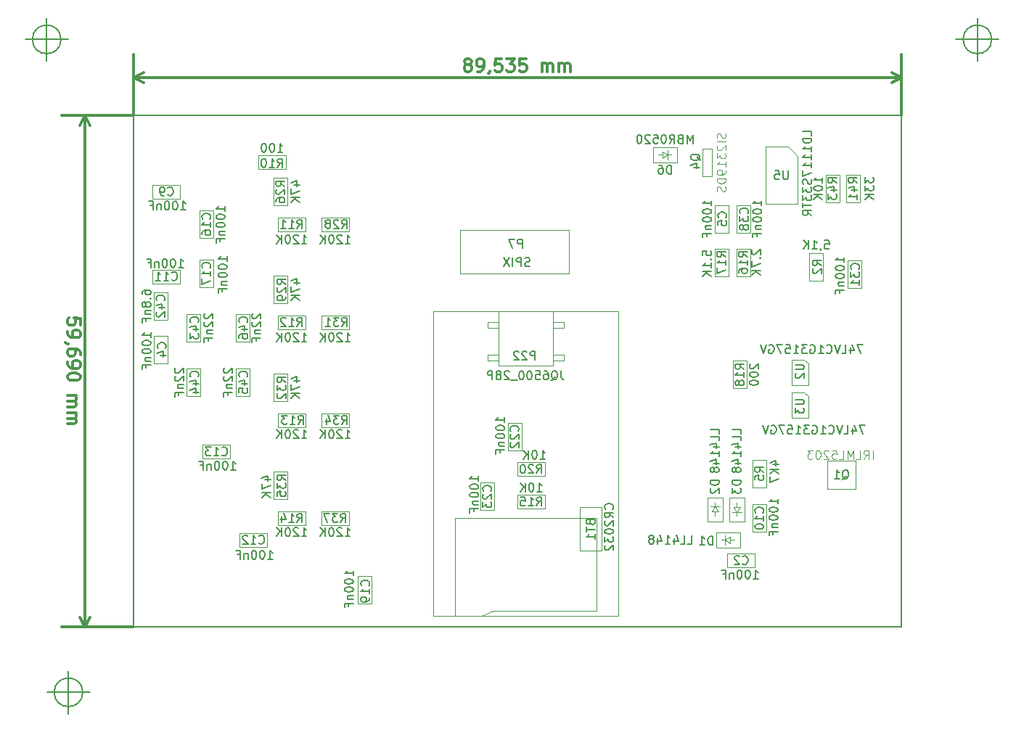
<source format=gbr>
G04 #@! TF.FileFunction,Other,Fab,Bot*
%FSLAX46Y46*%
G04 Gerber Fmt 4.6, Leading zero omitted, Abs format (unit mm)*
G04 Created by KiCad (PCBNEW 4.0.7) date 08/07/18 09:21:22*
%MOMM*%
%LPD*%
G01*
G04 APERTURE LIST*
%ADD10C,0.100000*%
%ADD11C,0.200000*%
%ADD12C,0.300000*%
%ADD13C,0.120000*%
%ADD14C,0.150000*%
G04 APERTURE END LIST*
D10*
D11*
X131684186Y-52989480D02*
G75*
G03X131684186Y-52989480I-1666666J0D01*
G01*
X127517520Y-52989480D02*
X132517520Y-52989480D01*
X130017520Y-50489480D02*
X130017520Y-55489480D01*
X240269186Y-52989480D02*
G75*
G03X240269186Y-52989480I-1666666J0D01*
G01*
X236102520Y-52989480D02*
X241102520Y-52989480D01*
X238602520Y-50489480D02*
X238602520Y-55489480D01*
X134224186Y-129189480D02*
G75*
G03X134224186Y-129189480I-1666666J0D01*
G01*
X130057520Y-129189480D02*
X135057520Y-129189480D01*
X132557520Y-126689480D02*
X132557520Y-131689480D01*
X140177520Y-61879480D02*
X140177520Y-121569480D01*
X229712520Y-61879480D02*
X140177520Y-61879480D01*
X229712520Y-121569480D02*
X229712520Y-61879480D01*
X140177520Y-121569480D02*
X229712520Y-121569480D01*
D12*
X179016450Y-55905910D02*
X178873592Y-55834481D01*
X178802164Y-55763052D01*
X178730735Y-55620195D01*
X178730735Y-55548767D01*
X178802164Y-55405910D01*
X178873592Y-55334481D01*
X179016450Y-55263052D01*
X179302164Y-55263052D01*
X179445021Y-55334481D01*
X179516450Y-55405910D01*
X179587878Y-55548767D01*
X179587878Y-55620195D01*
X179516450Y-55763052D01*
X179445021Y-55834481D01*
X179302164Y-55905910D01*
X179016450Y-55905910D01*
X178873592Y-55977338D01*
X178802164Y-56048767D01*
X178730735Y-56191624D01*
X178730735Y-56477338D01*
X178802164Y-56620195D01*
X178873592Y-56691624D01*
X179016450Y-56763052D01*
X179302164Y-56763052D01*
X179445021Y-56691624D01*
X179516450Y-56620195D01*
X179587878Y-56477338D01*
X179587878Y-56191624D01*
X179516450Y-56048767D01*
X179445021Y-55977338D01*
X179302164Y-55905910D01*
X180302163Y-56763052D02*
X180587878Y-56763052D01*
X180730735Y-56691624D01*
X180802163Y-56620195D01*
X180945021Y-56405910D01*
X181016449Y-56120195D01*
X181016449Y-55548767D01*
X180945021Y-55405910D01*
X180873592Y-55334481D01*
X180730735Y-55263052D01*
X180445021Y-55263052D01*
X180302163Y-55334481D01*
X180230735Y-55405910D01*
X180159306Y-55548767D01*
X180159306Y-55905910D01*
X180230735Y-56048767D01*
X180302163Y-56120195D01*
X180445021Y-56191624D01*
X180730735Y-56191624D01*
X180873592Y-56120195D01*
X180945021Y-56048767D01*
X181016449Y-55905910D01*
X181730734Y-56691624D02*
X181730734Y-56763052D01*
X181659306Y-56905910D01*
X181587877Y-56977338D01*
X183087878Y-55263052D02*
X182373592Y-55263052D01*
X182302163Y-55977338D01*
X182373592Y-55905910D01*
X182516449Y-55834481D01*
X182873592Y-55834481D01*
X183016449Y-55905910D01*
X183087878Y-55977338D01*
X183159306Y-56120195D01*
X183159306Y-56477338D01*
X183087878Y-56620195D01*
X183016449Y-56691624D01*
X182873592Y-56763052D01*
X182516449Y-56763052D01*
X182373592Y-56691624D01*
X182302163Y-56620195D01*
X183659306Y-55263052D02*
X184587877Y-55263052D01*
X184087877Y-55834481D01*
X184302163Y-55834481D01*
X184445020Y-55905910D01*
X184516449Y-55977338D01*
X184587877Y-56120195D01*
X184587877Y-56477338D01*
X184516449Y-56620195D01*
X184445020Y-56691624D01*
X184302163Y-56763052D01*
X183873591Y-56763052D01*
X183730734Y-56691624D01*
X183659306Y-56620195D01*
X185945020Y-55263052D02*
X185230734Y-55263052D01*
X185159305Y-55977338D01*
X185230734Y-55905910D01*
X185373591Y-55834481D01*
X185730734Y-55834481D01*
X185873591Y-55905910D01*
X185945020Y-55977338D01*
X186016448Y-56120195D01*
X186016448Y-56477338D01*
X185945020Y-56620195D01*
X185873591Y-56691624D01*
X185730734Y-56763052D01*
X185373591Y-56763052D01*
X185230734Y-56691624D01*
X185159305Y-56620195D01*
X187802162Y-56763052D02*
X187802162Y-55763052D01*
X187802162Y-55905910D02*
X187873590Y-55834481D01*
X188016448Y-55763052D01*
X188230733Y-55763052D01*
X188373590Y-55834481D01*
X188445019Y-55977338D01*
X188445019Y-56763052D01*
X188445019Y-55977338D02*
X188516448Y-55834481D01*
X188659305Y-55763052D01*
X188873590Y-55763052D01*
X189016448Y-55834481D01*
X189087876Y-55977338D01*
X189087876Y-56763052D01*
X189802162Y-56763052D02*
X189802162Y-55763052D01*
X189802162Y-55905910D02*
X189873590Y-55834481D01*
X190016448Y-55763052D01*
X190230733Y-55763052D01*
X190373590Y-55834481D01*
X190445019Y-55977338D01*
X190445019Y-56763052D01*
X190445019Y-55977338D02*
X190516448Y-55834481D01*
X190659305Y-55763052D01*
X190873590Y-55763052D01*
X191016448Y-55834481D01*
X191087876Y-55977338D01*
X191087876Y-56763052D01*
X229712520Y-57434481D02*
X140177520Y-57434481D01*
X229712520Y-61879480D02*
X229712520Y-54734481D01*
X140177520Y-61879480D02*
X140177520Y-54734481D01*
X140177520Y-57434481D02*
X141304024Y-56848060D01*
X140177520Y-57434481D02*
X141304024Y-58020902D01*
X229712520Y-57434481D02*
X228586016Y-56848060D01*
X229712520Y-57434481D02*
X228586016Y-58020902D01*
X133933950Y-86295910D02*
X133933950Y-85581624D01*
X133219664Y-85510195D01*
X133291092Y-85581624D01*
X133362521Y-85724481D01*
X133362521Y-86081624D01*
X133291092Y-86224481D01*
X133219664Y-86295910D01*
X133076807Y-86367338D01*
X132719664Y-86367338D01*
X132576807Y-86295910D01*
X132505378Y-86224481D01*
X132433950Y-86081624D01*
X132433950Y-85724481D01*
X132505378Y-85581624D01*
X132576807Y-85510195D01*
X132433950Y-87081623D02*
X132433950Y-87367338D01*
X132505378Y-87510195D01*
X132576807Y-87581623D01*
X132791092Y-87724481D01*
X133076807Y-87795909D01*
X133648235Y-87795909D01*
X133791092Y-87724481D01*
X133862521Y-87653052D01*
X133933950Y-87510195D01*
X133933950Y-87224481D01*
X133862521Y-87081623D01*
X133791092Y-87010195D01*
X133648235Y-86938766D01*
X133291092Y-86938766D01*
X133148235Y-87010195D01*
X133076807Y-87081623D01*
X133005378Y-87224481D01*
X133005378Y-87510195D01*
X133076807Y-87653052D01*
X133148235Y-87724481D01*
X133291092Y-87795909D01*
X132505378Y-88510194D02*
X132433950Y-88510194D01*
X132291092Y-88438766D01*
X132219664Y-88367337D01*
X133933950Y-89795909D02*
X133933950Y-89510195D01*
X133862521Y-89367338D01*
X133791092Y-89295909D01*
X133576807Y-89153052D01*
X133291092Y-89081623D01*
X132719664Y-89081623D01*
X132576807Y-89153052D01*
X132505378Y-89224480D01*
X132433950Y-89367338D01*
X132433950Y-89653052D01*
X132505378Y-89795909D01*
X132576807Y-89867338D01*
X132719664Y-89938766D01*
X133076807Y-89938766D01*
X133219664Y-89867338D01*
X133291092Y-89795909D01*
X133362521Y-89653052D01*
X133362521Y-89367338D01*
X133291092Y-89224480D01*
X133219664Y-89153052D01*
X133076807Y-89081623D01*
X132433950Y-90653051D02*
X132433950Y-90938766D01*
X132505378Y-91081623D01*
X132576807Y-91153051D01*
X132791092Y-91295909D01*
X133076807Y-91367337D01*
X133648235Y-91367337D01*
X133791092Y-91295909D01*
X133862521Y-91224480D01*
X133933950Y-91081623D01*
X133933950Y-90795909D01*
X133862521Y-90653051D01*
X133791092Y-90581623D01*
X133648235Y-90510194D01*
X133291092Y-90510194D01*
X133148235Y-90581623D01*
X133076807Y-90653051D01*
X133005378Y-90795909D01*
X133005378Y-91081623D01*
X133076807Y-91224480D01*
X133148235Y-91295909D01*
X133291092Y-91367337D01*
X133933950Y-92295908D02*
X133933950Y-92438765D01*
X133862521Y-92581622D01*
X133791092Y-92653051D01*
X133648235Y-92724480D01*
X133362521Y-92795908D01*
X133005378Y-92795908D01*
X132719664Y-92724480D01*
X132576807Y-92653051D01*
X132505378Y-92581622D01*
X132433950Y-92438765D01*
X132433950Y-92295908D01*
X132505378Y-92153051D01*
X132576807Y-92081622D01*
X132719664Y-92010194D01*
X133005378Y-91938765D01*
X133362521Y-91938765D01*
X133648235Y-92010194D01*
X133791092Y-92081622D01*
X133862521Y-92153051D01*
X133933950Y-92295908D01*
X132433950Y-94581622D02*
X133433950Y-94581622D01*
X133291092Y-94581622D02*
X133362521Y-94653050D01*
X133433950Y-94795908D01*
X133433950Y-95010193D01*
X133362521Y-95153050D01*
X133219664Y-95224479D01*
X132433950Y-95224479D01*
X133219664Y-95224479D02*
X133362521Y-95295908D01*
X133433950Y-95438765D01*
X133433950Y-95653050D01*
X133362521Y-95795908D01*
X133219664Y-95867336D01*
X132433950Y-95867336D01*
X132433950Y-96581622D02*
X133433950Y-96581622D01*
X133291092Y-96581622D02*
X133362521Y-96653050D01*
X133433950Y-96795908D01*
X133433950Y-97010193D01*
X133362521Y-97153050D01*
X133219664Y-97224479D01*
X132433950Y-97224479D01*
X133219664Y-97224479D02*
X133362521Y-97295908D01*
X133433950Y-97438765D01*
X133433950Y-97653050D01*
X133362521Y-97795908D01*
X133219664Y-97867336D01*
X132433950Y-97867336D01*
X134462521Y-61879480D02*
X134462521Y-121569480D01*
X140177520Y-61879480D02*
X131762521Y-61879480D01*
X140177520Y-121569480D02*
X131762521Y-121569480D01*
X134462521Y-121569480D02*
X133876100Y-120442976D01*
X134462521Y-121569480D02*
X135048942Y-120442976D01*
X134462521Y-61879480D02*
X133876100Y-63005984D01*
X134462521Y-61879480D02*
X135048942Y-63005984D01*
D13*
X206556520Y-68940480D02*
X206556520Y-65740480D01*
X206556520Y-65740480D02*
X207656520Y-65740480D01*
X207656520Y-65740480D02*
X207656520Y-68940480D01*
X207656520Y-68940480D02*
X206556520Y-68940480D01*
D10*
X209443520Y-113022480D02*
X209443520Y-114622480D01*
X212643520Y-113022480D02*
X209443520Y-113022480D01*
X212643520Y-114622480D02*
X212643520Y-113022480D01*
X209443520Y-114622480D02*
X212643520Y-114622480D01*
X207995520Y-108103480D02*
X207995520Y-108603480D01*
X208395520Y-108103480D02*
X207995520Y-107503480D01*
X207595520Y-108103480D02*
X208395520Y-108103480D01*
X207995520Y-107503480D02*
X207595520Y-108103480D01*
X207995520Y-107503480D02*
X208545520Y-107503480D01*
X207995520Y-107503480D02*
X207445520Y-107503480D01*
X207995520Y-107103480D02*
X207995520Y-107503480D01*
X208895520Y-106453480D02*
X207095520Y-106453480D01*
X208895520Y-109253480D02*
X208895520Y-106453480D01*
X207095520Y-109253480D02*
X208895520Y-109253480D01*
X207095520Y-106453480D02*
X207095520Y-109253480D01*
X210535520Y-107603480D02*
X210535520Y-107103480D01*
X210135520Y-107603480D02*
X210535520Y-108203480D01*
X210935520Y-107603480D02*
X210135520Y-107603480D01*
X210535520Y-108203480D02*
X210935520Y-107603480D01*
X210535520Y-108203480D02*
X209985520Y-108203480D01*
X210535520Y-108203480D02*
X211085520Y-108203480D01*
X210535520Y-108603480D02*
X210535520Y-108203480D01*
X209635520Y-109253480D02*
X211435520Y-109253480D01*
X209635520Y-106453480D02*
X209635520Y-109253480D01*
X211435520Y-106453480D02*
X209635520Y-106453480D01*
X211435520Y-109253480D02*
X211435520Y-106453480D01*
D13*
X218901520Y-97161480D02*
X216901520Y-97161480D01*
X216901520Y-97161480D02*
X216901520Y-94161480D01*
X216901520Y-94161480D02*
X218401520Y-94161480D01*
X218401520Y-94161480D02*
X218901520Y-94661480D01*
X218901520Y-94661480D02*
X218901520Y-97161480D01*
X218901520Y-93351480D02*
X216901520Y-93351480D01*
X216901520Y-93351480D02*
X216901520Y-90351480D01*
X216901520Y-90351480D02*
X218401520Y-90351480D01*
X218401520Y-90351480D02*
X218901520Y-90851480D01*
X218901520Y-90851480D02*
X218901520Y-93351480D01*
D10*
X211716520Y-90505480D02*
X210116520Y-90505480D01*
X211716520Y-93705480D02*
X211716520Y-90505480D01*
X210116520Y-93705480D02*
X211716520Y-93705480D01*
X210116520Y-90505480D02*
X210116520Y-93705480D01*
X154706520Y-66540480D02*
X154706520Y-68140480D01*
X157906520Y-66540480D02*
X154706520Y-66540480D01*
X157906520Y-68140480D02*
X157906520Y-66540480D01*
X154706520Y-68140480D02*
X157906520Y-68140480D01*
X219006520Y-81132480D02*
X220606520Y-81132480D01*
X219006520Y-77932480D02*
X219006520Y-81132480D01*
X220606520Y-77932480D02*
X219006520Y-77932480D01*
X220606520Y-81132480D02*
X220606520Y-77932480D01*
D13*
X224378520Y-105440480D02*
X221076520Y-105440480D01*
X221076520Y-105440480D02*
X221076520Y-102138480D01*
X221076520Y-102138480D02*
X224378520Y-102138480D01*
X224378520Y-102138480D02*
X224378520Y-105440480D01*
D10*
X209769520Y-111409480D02*
X210269520Y-111409480D01*
X209769520Y-111009480D02*
X209169520Y-111409480D01*
X209769520Y-111809480D02*
X209769520Y-111009480D01*
X209169520Y-111409480D02*
X209769520Y-111809480D01*
X209169520Y-111409480D02*
X209169520Y-110859480D01*
X209169520Y-111409480D02*
X209169520Y-111959480D01*
X208769520Y-111409480D02*
X209169520Y-111409480D01*
X208119520Y-110509480D02*
X208119520Y-112309480D01*
X210919520Y-110509480D02*
X208119520Y-110509480D01*
X210919520Y-112309480D02*
X210919520Y-110509480D01*
X208119520Y-112309480D02*
X210919520Y-112309480D01*
X212402520Y-110469480D02*
X214002520Y-110469480D01*
X212402520Y-107269480D02*
X212402520Y-110469480D01*
X214002520Y-107269480D02*
X212402520Y-107269480D01*
X214002520Y-110469480D02*
X214002520Y-107269480D01*
X212402520Y-105262480D02*
X214002520Y-105262480D01*
X212402520Y-102062480D02*
X212402520Y-105262480D01*
X214002520Y-102062480D02*
X212402520Y-102062480D01*
X214002520Y-105262480D02*
X214002520Y-102062480D01*
X225051520Y-78821480D02*
X223451520Y-78821480D01*
X225051520Y-82021480D02*
X225051520Y-78821480D01*
X223451520Y-82021480D02*
X225051520Y-82021480D01*
X223451520Y-78821480D02*
X223451520Y-82021480D01*
X223324520Y-71988480D02*
X224924520Y-71988480D01*
X223324520Y-68788480D02*
X223324520Y-71988480D01*
X224924520Y-68788480D02*
X223324520Y-68788480D01*
X224924520Y-71988480D02*
X224924520Y-68788480D01*
X222511520Y-68788480D02*
X220911520Y-68788480D01*
X222511520Y-71988480D02*
X222511520Y-68788480D01*
X220911520Y-71988480D02*
X222511520Y-71988480D01*
X220911520Y-68788480D02*
X220911520Y-71988480D01*
X210497520Y-80624480D02*
X212097520Y-80624480D01*
X210497520Y-77424480D02*
X210497520Y-80624480D01*
X212097520Y-77424480D02*
X210497520Y-77424480D01*
X212097520Y-80624480D02*
X212097520Y-77424480D01*
X207957520Y-80624480D02*
X209557520Y-80624480D01*
X207957520Y-77424480D02*
X207957520Y-80624480D01*
X209557520Y-77424480D02*
X207957520Y-77424480D01*
X209557520Y-80624480D02*
X209557520Y-77424480D01*
X212097520Y-72344480D02*
X210497520Y-72344480D01*
X212097520Y-75544480D02*
X212097520Y-72344480D01*
X210497520Y-75544480D02*
X212097520Y-75544480D01*
X210497520Y-72344480D02*
X210497520Y-75544480D01*
X209557520Y-72344480D02*
X207957520Y-72344480D01*
X209557520Y-75544480D02*
X209557520Y-72344480D01*
X207957520Y-75544480D02*
X209557520Y-75544480D01*
X207957520Y-72344480D02*
X207957520Y-75544480D01*
X217592520Y-66564480D02*
X216542520Y-65514480D01*
X217592520Y-66564480D02*
X217592520Y-72214480D01*
X216542520Y-65514480D02*
X213892520Y-65514480D01*
X217592520Y-72214480D02*
X213892520Y-72214480D01*
X213892520Y-65514480D02*
X213892520Y-72214480D01*
X201903520Y-66451480D02*
X201403520Y-66451480D01*
X201903520Y-66851480D02*
X202503520Y-66451480D01*
X201903520Y-66051480D02*
X201903520Y-66851480D01*
X202503520Y-66451480D02*
X201903520Y-66051480D01*
X202503520Y-66451480D02*
X202503520Y-67001480D01*
X202503520Y-66451480D02*
X202503520Y-65901480D01*
X202903520Y-66451480D02*
X202503520Y-66451480D01*
X203553520Y-67351480D02*
X203553520Y-65551480D01*
X200753520Y-67351480D02*
X203553520Y-67351480D01*
X200753520Y-65551480D02*
X200753520Y-67351480D01*
X203553520Y-65551480D02*
X200753520Y-65551480D01*
X178277520Y-75214480D02*
X190977520Y-75214480D01*
X190977520Y-75214480D02*
X190977520Y-80294480D01*
X190977520Y-80294480D02*
X178277520Y-80294480D01*
X178277520Y-80294480D02*
X178277520Y-75214480D01*
D13*
X194152520Y-108869480D02*
X194152520Y-119664480D01*
X194152520Y-119664480D02*
X182722520Y-119664480D01*
X182722520Y-119664480D02*
X182087520Y-119664480D01*
X182087520Y-119664480D02*
X180817520Y-120299480D01*
X194152520Y-108869480D02*
X177642520Y-108869480D01*
X177642520Y-108869480D02*
X177642520Y-120299480D01*
X189072520Y-89819480D02*
X190342520Y-89819480D01*
X190342520Y-89819480D02*
X190342520Y-90454480D01*
X190342520Y-90454480D02*
X189072520Y-90454480D01*
X182722520Y-89819480D02*
X181452520Y-89819480D01*
X181452520Y-89819480D02*
X181452520Y-90454480D01*
X181452520Y-90454480D02*
X182722520Y-90454480D01*
X182722520Y-86009480D02*
X181452520Y-86009480D01*
X181452520Y-86009480D02*
X181452520Y-86644480D01*
X181452520Y-86644480D02*
X182722520Y-86644480D01*
X189072520Y-86009480D02*
X190342520Y-86009480D01*
X190342520Y-86009480D02*
X190342520Y-86644480D01*
X190342520Y-86644480D02*
X189072520Y-86644480D01*
X189072520Y-84739480D02*
X189072520Y-91089480D01*
X189072520Y-91089480D02*
X182722520Y-91089480D01*
X182722520Y-91089480D02*
X182722520Y-84739480D01*
X196692520Y-120299480D02*
X175102520Y-120299480D01*
X175102520Y-120299480D02*
X175102520Y-84739480D01*
X175102520Y-84739480D02*
X196692520Y-84739480D01*
X196692520Y-84739480D02*
X196692520Y-120299480D01*
D10*
X185427520Y-97744480D02*
X183827520Y-97744480D01*
X185427520Y-100944480D02*
X185427520Y-97744480D01*
X183827520Y-100944480D02*
X185427520Y-100944480D01*
X183827520Y-97744480D02*
X183827520Y-100944480D01*
X184932520Y-102354480D02*
X184932520Y-103954480D01*
X188132520Y-102354480D02*
X184932520Y-102354480D01*
X188132520Y-103954480D02*
X188132520Y-102354480D01*
X184932520Y-103954480D02*
X188132520Y-103954480D01*
X184932520Y-106164480D02*
X184932520Y-107764480D01*
X188132520Y-106164480D02*
X184932520Y-106164480D01*
X188132520Y-107764480D02*
X188132520Y-106164480D01*
X184932520Y-107764480D02*
X188132520Y-107764480D01*
X182252520Y-104729480D02*
X180652520Y-104729480D01*
X182252520Y-107929480D02*
X182252520Y-104729480D01*
X180652520Y-107929480D02*
X182252520Y-107929480D01*
X180652520Y-104729480D02*
X180652520Y-107929480D01*
X167901520Y-115651480D02*
X166301520Y-115651480D01*
X167901520Y-118851480D02*
X167901520Y-115651480D01*
X166301520Y-118851480D02*
X167901520Y-118851480D01*
X166301520Y-115651480D02*
X166301520Y-118851480D01*
X156522520Y-106659480D02*
X158122520Y-106659480D01*
X156522520Y-103459480D02*
X156522520Y-106659480D01*
X158122520Y-103459480D02*
X156522520Y-103459480D01*
X158122520Y-106659480D02*
X158122520Y-103459480D01*
X152547520Y-110609480D02*
X152547520Y-112209480D01*
X155747520Y-110609480D02*
X152547520Y-110609480D01*
X155747520Y-112209480D02*
X155747520Y-110609480D01*
X152547520Y-112209480D02*
X155747520Y-112209480D01*
X151429520Y-101922480D02*
X151429520Y-100322480D01*
X148229520Y-101922480D02*
X151429520Y-101922480D01*
X148229520Y-100322480D02*
X148229520Y-101922480D01*
X151429520Y-100322480D02*
X148229520Y-100322480D01*
X162072520Y-96639480D02*
X162072520Y-98239480D01*
X165272520Y-96639480D02*
X162072520Y-96639480D01*
X165272520Y-98239480D02*
X165272520Y-96639480D01*
X162072520Y-98239480D02*
X165272520Y-98239480D01*
X156522520Y-95229480D02*
X158122520Y-95229480D01*
X156522520Y-92029480D02*
X156522520Y-95229480D01*
X158122520Y-92029480D02*
X156522520Y-92029480D01*
X158122520Y-95229480D02*
X158122520Y-92029480D01*
X152077520Y-94594480D02*
X153677520Y-94594480D01*
X152077520Y-91394480D02*
X152077520Y-94594480D01*
X153677520Y-91394480D02*
X152077520Y-91394480D01*
X153677520Y-94594480D02*
X153677520Y-91394480D01*
X146362520Y-94594480D02*
X147962520Y-94594480D01*
X146362520Y-91394480D02*
X146362520Y-94594480D01*
X147962520Y-91394480D02*
X146362520Y-91394480D01*
X147962520Y-94594480D02*
X147962520Y-91394480D01*
X147962520Y-85044480D02*
X146362520Y-85044480D01*
X147962520Y-88244480D02*
X147962520Y-85044480D01*
X146362520Y-88244480D02*
X147962520Y-88244480D01*
X146362520Y-85044480D02*
X146362520Y-88244480D01*
X153677520Y-85044480D02*
X152077520Y-85044480D01*
X153677520Y-88244480D02*
X153677520Y-85044480D01*
X152077520Y-88244480D02*
X153677520Y-88244480D01*
X152077520Y-85044480D02*
X152077520Y-88244480D01*
X162072520Y-85209480D02*
X162072520Y-86809480D01*
X165272520Y-85209480D02*
X162072520Y-85209480D01*
X165272520Y-86809480D02*
X165272520Y-85209480D01*
X162072520Y-86809480D02*
X165272520Y-86809480D01*
X156522520Y-83799480D02*
X158122520Y-83799480D01*
X156522520Y-80599480D02*
X156522520Y-83799480D01*
X158122520Y-80599480D02*
X156522520Y-80599480D01*
X158122520Y-83799480D02*
X158122520Y-80599480D01*
X156992520Y-73779480D02*
X156992520Y-75379480D01*
X160192520Y-73779480D02*
X156992520Y-73779480D01*
X160192520Y-75379480D02*
X160192520Y-73779480D01*
X156992520Y-75379480D02*
X160192520Y-75379480D01*
X162072520Y-73779480D02*
X162072520Y-75379480D01*
X165272520Y-73779480D02*
X162072520Y-73779480D01*
X165272520Y-75379480D02*
X165272520Y-73779480D01*
X162072520Y-75379480D02*
X165272520Y-75379480D01*
X145587520Y-81475480D02*
X145587520Y-79875480D01*
X142387520Y-81475480D02*
X145587520Y-81475480D01*
X142387520Y-79875480D02*
X142387520Y-81475480D01*
X145587520Y-79875480D02*
X142387520Y-79875480D01*
X142552520Y-85704480D02*
X144152520Y-85704480D01*
X142552520Y-82504480D02*
X142552520Y-85704480D01*
X144152520Y-82504480D02*
X142552520Y-82504480D01*
X144152520Y-85704480D02*
X144152520Y-82504480D01*
X149486520Y-78694480D02*
X147886520Y-78694480D01*
X149486520Y-81894480D02*
X149486520Y-78694480D01*
X147886520Y-81894480D02*
X149486520Y-81894480D01*
X147886520Y-78694480D02*
X147886520Y-81894480D01*
X147886520Y-76179480D02*
X149486520Y-76179480D01*
X147886520Y-72979480D02*
X147886520Y-76179480D01*
X149486520Y-72979480D02*
X147886520Y-72979480D01*
X149486520Y-76179480D02*
X149486520Y-72979480D01*
X156522520Y-72369480D02*
X158122520Y-72369480D01*
X156522520Y-69169480D02*
X156522520Y-72369480D01*
X158122520Y-69169480D02*
X156522520Y-69169480D01*
X158122520Y-72369480D02*
X158122520Y-69169480D01*
X145587520Y-71569480D02*
X145587520Y-69969480D01*
X142387520Y-71569480D02*
X145587520Y-71569480D01*
X142387520Y-69969480D02*
X142387520Y-71569480D01*
X145587520Y-69969480D02*
X142387520Y-69969480D01*
X156992520Y-85209480D02*
X156992520Y-86809480D01*
X160192520Y-85209480D02*
X156992520Y-85209480D01*
X160192520Y-86809480D02*
X160192520Y-85209480D01*
X156992520Y-86809480D02*
X160192520Y-86809480D01*
X156992520Y-96639480D02*
X156992520Y-98239480D01*
X160192520Y-96639480D02*
X156992520Y-96639480D01*
X160192520Y-98239480D02*
X160192520Y-96639480D01*
X156992520Y-98239480D02*
X160192520Y-98239480D01*
X162072520Y-108069480D02*
X162072520Y-109669480D01*
X165272520Y-108069480D02*
X162072520Y-108069480D01*
X165272520Y-109669480D02*
X165272520Y-108069480D01*
X162072520Y-109669480D02*
X165272520Y-109669480D01*
X156992520Y-108069480D02*
X156992520Y-109669480D01*
X160192520Y-108069480D02*
X156992520Y-108069480D01*
X160192520Y-109669480D02*
X160192520Y-108069480D01*
X156992520Y-109669480D02*
X160192520Y-109669480D01*
X194787520Y-107599480D02*
X194787520Y-112679480D01*
X194787520Y-112679480D02*
X192247520Y-112679480D01*
X192247520Y-112679480D02*
X192247520Y-107599480D01*
X192247520Y-107599480D02*
X194787520Y-107599480D01*
X142552520Y-90784480D02*
X144152520Y-90784480D01*
X142552520Y-87584480D02*
X142552520Y-90784480D01*
X144152520Y-87584480D02*
X142552520Y-87584480D01*
X144152520Y-90784480D02*
X144152520Y-87584480D01*
X209162282Y-63935718D02*
X209209901Y-64078575D01*
X209209901Y-64316671D01*
X209162282Y-64411909D01*
X209114663Y-64459528D01*
X209019425Y-64507147D01*
X208924187Y-64507147D01*
X208828949Y-64459528D01*
X208781330Y-64411909D01*
X208733710Y-64316671D01*
X208686091Y-64126194D01*
X208638472Y-64030956D01*
X208590853Y-63983337D01*
X208495615Y-63935718D01*
X208400377Y-63935718D01*
X208305139Y-63983337D01*
X208257520Y-64030956D01*
X208209901Y-64126194D01*
X208209901Y-64364290D01*
X208257520Y-64507147D01*
X209209901Y-64935718D02*
X208209901Y-64935718D01*
X208305139Y-65364289D02*
X208257520Y-65411908D01*
X208209901Y-65507146D01*
X208209901Y-65745242D01*
X208257520Y-65840480D01*
X208305139Y-65888099D01*
X208400377Y-65935718D01*
X208495615Y-65935718D01*
X208638472Y-65888099D01*
X209209901Y-65316670D01*
X209209901Y-65935718D01*
X208209901Y-66269051D02*
X208209901Y-66888099D01*
X208590853Y-66554765D01*
X208590853Y-66697623D01*
X208638472Y-66792861D01*
X208686091Y-66840480D01*
X208781330Y-66888099D01*
X209019425Y-66888099D01*
X209114663Y-66840480D01*
X209162282Y-66792861D01*
X209209901Y-66697623D01*
X209209901Y-66411908D01*
X209162282Y-66316670D01*
X209114663Y-66269051D01*
X209209901Y-67840480D02*
X209209901Y-67269051D01*
X209209901Y-67554765D02*
X208209901Y-67554765D01*
X208352758Y-67459527D01*
X208447996Y-67364289D01*
X208495615Y-67269051D01*
X209209901Y-68316670D02*
X209209901Y-68507146D01*
X209162282Y-68602385D01*
X209114663Y-68650004D01*
X208971806Y-68745242D01*
X208781330Y-68792861D01*
X208400377Y-68792861D01*
X208305139Y-68745242D01*
X208257520Y-68697623D01*
X208209901Y-68602385D01*
X208209901Y-68411908D01*
X208257520Y-68316670D01*
X208305139Y-68269051D01*
X208400377Y-68221432D01*
X208638472Y-68221432D01*
X208733710Y-68269051D01*
X208781330Y-68316670D01*
X208828949Y-68411908D01*
X208828949Y-68602385D01*
X208781330Y-68697623D01*
X208733710Y-68745242D01*
X208638472Y-68792861D01*
X209209901Y-69221432D02*
X208209901Y-69221432D01*
X208209901Y-69459527D01*
X208257520Y-69602385D01*
X208352758Y-69697623D01*
X208447996Y-69745242D01*
X208638472Y-69792861D01*
X208781330Y-69792861D01*
X208971806Y-69745242D01*
X209067044Y-69697623D01*
X209162282Y-69602385D01*
X209209901Y-69459527D01*
X209209901Y-69221432D01*
X209162282Y-70173813D02*
X209209901Y-70316670D01*
X209209901Y-70554766D01*
X209162282Y-70650004D01*
X209114663Y-70697623D01*
X209019425Y-70745242D01*
X208924187Y-70745242D01*
X208828949Y-70697623D01*
X208781330Y-70650004D01*
X208733710Y-70554766D01*
X208686091Y-70364289D01*
X208638472Y-70269051D01*
X208590853Y-70221432D01*
X208495615Y-70173813D01*
X208400377Y-70173813D01*
X208305139Y-70221432D01*
X208257520Y-70269051D01*
X208209901Y-70364289D01*
X208209901Y-70602385D01*
X208257520Y-70745242D01*
D14*
X206257139Y-67118242D02*
X206209520Y-67023004D01*
X206114282Y-66927766D01*
X205971425Y-66784909D01*
X205923806Y-66689670D01*
X205923806Y-66594432D01*
X206161901Y-66642051D02*
X206114282Y-66546813D01*
X206019044Y-66451575D01*
X205828568Y-66403956D01*
X205495234Y-66403956D01*
X205304758Y-66451575D01*
X205209520Y-66546813D01*
X205161901Y-66642051D01*
X205161901Y-66832528D01*
X205209520Y-66927766D01*
X205304758Y-67023004D01*
X205495234Y-67070623D01*
X205828568Y-67070623D01*
X206019044Y-67023004D01*
X206114282Y-66927766D01*
X206161901Y-66832528D01*
X206161901Y-66642051D01*
X205495234Y-67927766D02*
X206161901Y-67927766D01*
X205114282Y-67689670D02*
X205828568Y-67451575D01*
X205828568Y-68070623D01*
X212464139Y-115925861D02*
X213035568Y-115925861D01*
X212749854Y-115925861D02*
X212749854Y-114925861D01*
X212845092Y-115068718D01*
X212940330Y-115163956D01*
X213035568Y-115211575D01*
X211845092Y-114925861D02*
X211749853Y-114925861D01*
X211654615Y-114973480D01*
X211606996Y-115021099D01*
X211559377Y-115116337D01*
X211511758Y-115306813D01*
X211511758Y-115544909D01*
X211559377Y-115735385D01*
X211606996Y-115830623D01*
X211654615Y-115878242D01*
X211749853Y-115925861D01*
X211845092Y-115925861D01*
X211940330Y-115878242D01*
X211987949Y-115830623D01*
X212035568Y-115735385D01*
X212083187Y-115544909D01*
X212083187Y-115306813D01*
X212035568Y-115116337D01*
X211987949Y-115021099D01*
X211940330Y-114973480D01*
X211845092Y-114925861D01*
X210892711Y-114925861D02*
X210797472Y-114925861D01*
X210702234Y-114973480D01*
X210654615Y-115021099D01*
X210606996Y-115116337D01*
X210559377Y-115306813D01*
X210559377Y-115544909D01*
X210606996Y-115735385D01*
X210654615Y-115830623D01*
X210702234Y-115878242D01*
X210797472Y-115925861D01*
X210892711Y-115925861D01*
X210987949Y-115878242D01*
X211035568Y-115830623D01*
X211083187Y-115735385D01*
X211130806Y-115544909D01*
X211130806Y-115306813D01*
X211083187Y-115116337D01*
X211035568Y-115021099D01*
X210987949Y-114973480D01*
X210892711Y-114925861D01*
X210130806Y-115259194D02*
X210130806Y-115925861D01*
X210130806Y-115354432D02*
X210083187Y-115306813D01*
X209987949Y-115259194D01*
X209845091Y-115259194D01*
X209749853Y-115306813D01*
X209702234Y-115402051D01*
X209702234Y-115925861D01*
X208892710Y-115402051D02*
X209226044Y-115402051D01*
X209226044Y-115925861D02*
X209226044Y-114925861D01*
X208749853Y-114925861D01*
X211210186Y-114179623D02*
X211257805Y-114227242D01*
X211400662Y-114274861D01*
X211495900Y-114274861D01*
X211638758Y-114227242D01*
X211733996Y-114132004D01*
X211781615Y-114036766D01*
X211829234Y-113846290D01*
X211829234Y-113703432D01*
X211781615Y-113512956D01*
X211733996Y-113417718D01*
X211638758Y-113322480D01*
X211495900Y-113274861D01*
X211400662Y-113274861D01*
X211257805Y-113322480D01*
X211210186Y-113370099D01*
X210829234Y-113370099D02*
X210781615Y-113322480D01*
X210686377Y-113274861D01*
X210448281Y-113274861D01*
X210353043Y-113322480D01*
X210305424Y-113370099D01*
X210257805Y-113465337D01*
X210257805Y-113560575D01*
X210305424Y-113703432D01*
X210876853Y-114274861D01*
X210257805Y-114274861D01*
X208447901Y-98995480D02*
X208447901Y-98519289D01*
X207447901Y-98519289D01*
X208447901Y-99805004D02*
X208447901Y-99328813D01*
X207447901Y-99328813D01*
X207781234Y-100566909D02*
X208447901Y-100566909D01*
X207400282Y-100328813D02*
X208114568Y-100090718D01*
X208114568Y-100709766D01*
X208447901Y-101614528D02*
X208447901Y-101043099D01*
X208447901Y-101328813D02*
X207447901Y-101328813D01*
X207590758Y-101233575D01*
X207685996Y-101138337D01*
X207733615Y-101043099D01*
X207781234Y-102471671D02*
X208447901Y-102471671D01*
X207400282Y-102233575D02*
X208114568Y-101995480D01*
X208114568Y-102614528D01*
X207876472Y-103138337D02*
X207828853Y-103043099D01*
X207781234Y-102995480D01*
X207685996Y-102947861D01*
X207638377Y-102947861D01*
X207543139Y-102995480D01*
X207495520Y-103043099D01*
X207447901Y-103138337D01*
X207447901Y-103328814D01*
X207495520Y-103424052D01*
X207543139Y-103471671D01*
X207638377Y-103519290D01*
X207685996Y-103519290D01*
X207781234Y-103471671D01*
X207828853Y-103424052D01*
X207876472Y-103328814D01*
X207876472Y-103138337D01*
X207924091Y-103043099D01*
X207971710Y-102995480D01*
X208066949Y-102947861D01*
X208257425Y-102947861D01*
X208352663Y-102995480D01*
X208400282Y-103043099D01*
X208447901Y-103138337D01*
X208447901Y-103328814D01*
X208400282Y-103424052D01*
X208352663Y-103471671D01*
X208257425Y-103519290D01*
X208066949Y-103519290D01*
X207971710Y-103471671D01*
X207924091Y-103424052D01*
X207876472Y-103328814D01*
X210987901Y-104448385D02*
X209987901Y-104448385D01*
X209987901Y-104686480D01*
X210035520Y-104829338D01*
X210130758Y-104924576D01*
X210225996Y-104972195D01*
X210416472Y-105019814D01*
X210559330Y-105019814D01*
X210749806Y-104972195D01*
X210845044Y-104924576D01*
X210940282Y-104829338D01*
X210987901Y-104686480D01*
X210987901Y-104448385D01*
X209987901Y-105353147D02*
X209987901Y-105972195D01*
X210368853Y-105638861D01*
X210368853Y-105781719D01*
X210416472Y-105876957D01*
X210464091Y-105924576D01*
X210559330Y-105972195D01*
X210797425Y-105972195D01*
X210892663Y-105924576D01*
X210940282Y-105876957D01*
X210987901Y-105781719D01*
X210987901Y-105496004D01*
X210940282Y-105400766D01*
X210892663Y-105353147D01*
X210987901Y-98995480D02*
X210987901Y-98519289D01*
X209987901Y-98519289D01*
X210987901Y-99805004D02*
X210987901Y-99328813D01*
X209987901Y-99328813D01*
X210321234Y-100566909D02*
X210987901Y-100566909D01*
X209940282Y-100328813D02*
X210654568Y-100090718D01*
X210654568Y-100709766D01*
X210987901Y-101614528D02*
X210987901Y-101043099D01*
X210987901Y-101328813D02*
X209987901Y-101328813D01*
X210130758Y-101233575D01*
X210225996Y-101138337D01*
X210273615Y-101043099D01*
X210321234Y-102471671D02*
X210987901Y-102471671D01*
X209940282Y-102233575D02*
X210654568Y-101995480D01*
X210654568Y-102614528D01*
X210416472Y-103138337D02*
X210368853Y-103043099D01*
X210321234Y-102995480D01*
X210225996Y-102947861D01*
X210178377Y-102947861D01*
X210083139Y-102995480D01*
X210035520Y-103043099D01*
X209987901Y-103138337D01*
X209987901Y-103328814D01*
X210035520Y-103424052D01*
X210083139Y-103471671D01*
X210178377Y-103519290D01*
X210225996Y-103519290D01*
X210321234Y-103471671D01*
X210368853Y-103424052D01*
X210416472Y-103328814D01*
X210416472Y-103138337D01*
X210464091Y-103043099D01*
X210511710Y-102995480D01*
X210606949Y-102947861D01*
X210797425Y-102947861D01*
X210892663Y-102995480D01*
X210940282Y-103043099D01*
X210987901Y-103138337D01*
X210987901Y-103328814D01*
X210940282Y-103424052D01*
X210892663Y-103471671D01*
X210797425Y-103519290D01*
X210606949Y-103519290D01*
X210511710Y-103471671D01*
X210464091Y-103424052D01*
X210416472Y-103328814D01*
X208447901Y-104448385D02*
X207447901Y-104448385D01*
X207447901Y-104686480D01*
X207495520Y-104829338D01*
X207590758Y-104924576D01*
X207685996Y-104972195D01*
X207876472Y-105019814D01*
X208019330Y-105019814D01*
X208209806Y-104972195D01*
X208305044Y-104924576D01*
X208400282Y-104829338D01*
X208447901Y-104686480D01*
X208447901Y-104448385D01*
X207543139Y-105400766D02*
X207495520Y-105448385D01*
X207447901Y-105543623D01*
X207447901Y-105781719D01*
X207495520Y-105876957D01*
X207543139Y-105924576D01*
X207638377Y-105972195D01*
X207733615Y-105972195D01*
X207876472Y-105924576D01*
X208447901Y-105353147D01*
X208447901Y-105972195D01*
X225504901Y-98034861D02*
X224838234Y-98034861D01*
X225266806Y-99034861D01*
X224028710Y-98368194D02*
X224028710Y-99034861D01*
X224266806Y-97987242D02*
X224504901Y-98701528D01*
X223885853Y-98701528D01*
X223028710Y-99034861D02*
X223504901Y-99034861D01*
X223504901Y-98034861D01*
X222838234Y-98034861D02*
X222504901Y-99034861D01*
X222171567Y-98034861D01*
X221266805Y-98939623D02*
X221314424Y-98987242D01*
X221457281Y-99034861D01*
X221552519Y-99034861D01*
X221695377Y-98987242D01*
X221790615Y-98892004D01*
X221838234Y-98796766D01*
X221885853Y-98606290D01*
X221885853Y-98463432D01*
X221838234Y-98272956D01*
X221790615Y-98177718D01*
X221695377Y-98082480D01*
X221552519Y-98034861D01*
X221457281Y-98034861D01*
X221314424Y-98082480D01*
X221266805Y-98130099D01*
X220314424Y-99034861D02*
X220885853Y-99034861D01*
X220600139Y-99034861D02*
X220600139Y-98034861D01*
X220695377Y-98177718D01*
X220790615Y-98272956D01*
X220885853Y-98320575D01*
X219362043Y-98082480D02*
X219457281Y-98034861D01*
X219600138Y-98034861D01*
X219742996Y-98082480D01*
X219838234Y-98177718D01*
X219885853Y-98272956D01*
X219933472Y-98463432D01*
X219933472Y-98606290D01*
X219885853Y-98796766D01*
X219838234Y-98892004D01*
X219742996Y-98987242D01*
X219600138Y-99034861D01*
X219504900Y-99034861D01*
X219362043Y-98987242D01*
X219314424Y-98939623D01*
X219314424Y-98606290D01*
X219504900Y-98606290D01*
X218981091Y-98034861D02*
X218362043Y-98034861D01*
X218695377Y-98415813D01*
X218552519Y-98415813D01*
X218457281Y-98463432D01*
X218409662Y-98511051D01*
X218362043Y-98606290D01*
X218362043Y-98844385D01*
X218409662Y-98939623D01*
X218457281Y-98987242D01*
X218552519Y-99034861D01*
X218838234Y-99034861D01*
X218933472Y-98987242D01*
X218981091Y-98939623D01*
X217409662Y-99034861D02*
X217981091Y-99034861D01*
X217695377Y-99034861D02*
X217695377Y-98034861D01*
X217790615Y-98177718D01*
X217885853Y-98272956D01*
X217981091Y-98320575D01*
X216504900Y-98034861D02*
X216981091Y-98034861D01*
X217028710Y-98511051D01*
X216981091Y-98463432D01*
X216885853Y-98415813D01*
X216647757Y-98415813D01*
X216552519Y-98463432D01*
X216504900Y-98511051D01*
X216457281Y-98606290D01*
X216457281Y-98844385D01*
X216504900Y-98939623D01*
X216552519Y-98987242D01*
X216647757Y-99034861D01*
X216885853Y-99034861D01*
X216981091Y-98987242D01*
X217028710Y-98939623D01*
X216123948Y-98034861D02*
X215457281Y-98034861D01*
X215885853Y-99034861D01*
X214552519Y-98082480D02*
X214647757Y-98034861D01*
X214790614Y-98034861D01*
X214933472Y-98082480D01*
X215028710Y-98177718D01*
X215076329Y-98272956D01*
X215123948Y-98463432D01*
X215123948Y-98606290D01*
X215076329Y-98796766D01*
X215028710Y-98892004D01*
X214933472Y-98987242D01*
X214790614Y-99034861D01*
X214695376Y-99034861D01*
X214552519Y-98987242D01*
X214504900Y-98939623D01*
X214504900Y-98606290D01*
X214695376Y-98606290D01*
X214219186Y-98034861D02*
X213885853Y-99034861D01*
X213552519Y-98034861D01*
X217353901Y-95026575D02*
X218163425Y-95026575D01*
X218258663Y-95074194D01*
X218306282Y-95121813D01*
X218353901Y-95217051D01*
X218353901Y-95407528D01*
X218306282Y-95502766D01*
X218258663Y-95550385D01*
X218163425Y-95598004D01*
X217353901Y-95598004D01*
X217353901Y-95978956D02*
X217353901Y-96598004D01*
X217734853Y-96264670D01*
X217734853Y-96407528D01*
X217782472Y-96502766D01*
X217830091Y-96550385D01*
X217925330Y-96598004D01*
X218163425Y-96598004D01*
X218258663Y-96550385D01*
X218306282Y-96502766D01*
X218353901Y-96407528D01*
X218353901Y-96121813D01*
X218306282Y-96026575D01*
X218258663Y-95978956D01*
X225250901Y-88636861D02*
X224584234Y-88636861D01*
X225012806Y-89636861D01*
X223774710Y-88970194D02*
X223774710Y-89636861D01*
X224012806Y-88589242D02*
X224250901Y-89303528D01*
X223631853Y-89303528D01*
X222774710Y-89636861D02*
X223250901Y-89636861D01*
X223250901Y-88636861D01*
X222584234Y-88636861D02*
X222250901Y-89636861D01*
X221917567Y-88636861D01*
X221012805Y-89541623D02*
X221060424Y-89589242D01*
X221203281Y-89636861D01*
X221298519Y-89636861D01*
X221441377Y-89589242D01*
X221536615Y-89494004D01*
X221584234Y-89398766D01*
X221631853Y-89208290D01*
X221631853Y-89065432D01*
X221584234Y-88874956D01*
X221536615Y-88779718D01*
X221441377Y-88684480D01*
X221298519Y-88636861D01*
X221203281Y-88636861D01*
X221060424Y-88684480D01*
X221012805Y-88732099D01*
X220060424Y-89636861D02*
X220631853Y-89636861D01*
X220346139Y-89636861D02*
X220346139Y-88636861D01*
X220441377Y-88779718D01*
X220536615Y-88874956D01*
X220631853Y-88922575D01*
X219108043Y-88684480D02*
X219203281Y-88636861D01*
X219346138Y-88636861D01*
X219488996Y-88684480D01*
X219584234Y-88779718D01*
X219631853Y-88874956D01*
X219679472Y-89065432D01*
X219679472Y-89208290D01*
X219631853Y-89398766D01*
X219584234Y-89494004D01*
X219488996Y-89589242D01*
X219346138Y-89636861D01*
X219250900Y-89636861D01*
X219108043Y-89589242D01*
X219060424Y-89541623D01*
X219060424Y-89208290D01*
X219250900Y-89208290D01*
X218727091Y-88636861D02*
X218108043Y-88636861D01*
X218441377Y-89017813D01*
X218298519Y-89017813D01*
X218203281Y-89065432D01*
X218155662Y-89113051D01*
X218108043Y-89208290D01*
X218108043Y-89446385D01*
X218155662Y-89541623D01*
X218203281Y-89589242D01*
X218298519Y-89636861D01*
X218584234Y-89636861D01*
X218679472Y-89589242D01*
X218727091Y-89541623D01*
X217155662Y-89636861D02*
X217727091Y-89636861D01*
X217441377Y-89636861D02*
X217441377Y-88636861D01*
X217536615Y-88779718D01*
X217631853Y-88874956D01*
X217727091Y-88922575D01*
X216250900Y-88636861D02*
X216727091Y-88636861D01*
X216774710Y-89113051D01*
X216727091Y-89065432D01*
X216631853Y-89017813D01*
X216393757Y-89017813D01*
X216298519Y-89065432D01*
X216250900Y-89113051D01*
X216203281Y-89208290D01*
X216203281Y-89446385D01*
X216250900Y-89541623D01*
X216298519Y-89589242D01*
X216393757Y-89636861D01*
X216631853Y-89636861D01*
X216727091Y-89589242D01*
X216774710Y-89541623D01*
X215869948Y-88636861D02*
X215203281Y-88636861D01*
X215631853Y-89636861D01*
X214298519Y-88684480D02*
X214393757Y-88636861D01*
X214536614Y-88636861D01*
X214679472Y-88684480D01*
X214774710Y-88779718D01*
X214822329Y-88874956D01*
X214869948Y-89065432D01*
X214869948Y-89208290D01*
X214822329Y-89398766D01*
X214774710Y-89494004D01*
X214679472Y-89589242D01*
X214536614Y-89636861D01*
X214441376Y-89636861D01*
X214298519Y-89589242D01*
X214250900Y-89541623D01*
X214250900Y-89208290D01*
X214441376Y-89208290D01*
X213965186Y-88636861D02*
X213631853Y-89636861D01*
X213298519Y-88636861D01*
X217353901Y-90962575D02*
X218163425Y-90962575D01*
X218258663Y-91010194D01*
X218306282Y-91057813D01*
X218353901Y-91153051D01*
X218353901Y-91343528D01*
X218306282Y-91438766D01*
X218258663Y-91486385D01*
X218163425Y-91534004D01*
X217353901Y-91534004D01*
X217449139Y-91962575D02*
X217401520Y-92010194D01*
X217353901Y-92105432D01*
X217353901Y-92343528D01*
X217401520Y-92438766D01*
X217449139Y-92486385D01*
X217544377Y-92534004D01*
X217639615Y-92534004D01*
X217782472Y-92486385D01*
X218353901Y-91914956D01*
X218353901Y-92534004D01*
X212115139Y-90867385D02*
X212067520Y-90915004D01*
X212019901Y-91010242D01*
X212019901Y-91248338D01*
X212067520Y-91343576D01*
X212115139Y-91391195D01*
X212210377Y-91438814D01*
X212305615Y-91438814D01*
X212448472Y-91391195D01*
X213019901Y-90819766D01*
X213019901Y-91438814D01*
X212019901Y-92057861D02*
X212019901Y-92153100D01*
X212067520Y-92248338D01*
X212115139Y-92295957D01*
X212210377Y-92343576D01*
X212400853Y-92391195D01*
X212638949Y-92391195D01*
X212829425Y-92343576D01*
X212924663Y-92295957D01*
X212972282Y-92248338D01*
X213019901Y-92153100D01*
X213019901Y-92057861D01*
X212972282Y-91962623D01*
X212924663Y-91915004D01*
X212829425Y-91867385D01*
X212638949Y-91819766D01*
X212400853Y-91819766D01*
X212210377Y-91867385D01*
X212115139Y-91915004D01*
X212067520Y-91962623D01*
X212019901Y-92057861D01*
X212019901Y-93010242D02*
X212019901Y-93105481D01*
X212067520Y-93200719D01*
X212115139Y-93248338D01*
X212210377Y-93295957D01*
X212400853Y-93343576D01*
X212638949Y-93343576D01*
X212829425Y-93295957D01*
X212924663Y-93248338D01*
X212972282Y-93200719D01*
X213019901Y-93105481D01*
X213019901Y-93010242D01*
X212972282Y-92915004D01*
X212924663Y-92867385D01*
X212829425Y-92819766D01*
X212638949Y-92772147D01*
X212400853Y-92772147D01*
X212210377Y-92819766D01*
X212115139Y-92867385D01*
X212067520Y-92915004D01*
X212019901Y-93010242D01*
X211368901Y-91462623D02*
X210892710Y-91129289D01*
X211368901Y-90891194D02*
X210368901Y-90891194D01*
X210368901Y-91272147D01*
X210416520Y-91367385D01*
X210464139Y-91415004D01*
X210559377Y-91462623D01*
X210702234Y-91462623D01*
X210797472Y-91415004D01*
X210845091Y-91367385D01*
X210892710Y-91272147D01*
X210892710Y-90891194D01*
X211368901Y-92415004D02*
X211368901Y-91843575D01*
X211368901Y-92129289D02*
X210368901Y-92129289D01*
X210511758Y-92034051D01*
X210606996Y-91938813D01*
X210654615Y-91843575D01*
X210797472Y-92986432D02*
X210749853Y-92891194D01*
X210702234Y-92843575D01*
X210606996Y-92795956D01*
X210559377Y-92795956D01*
X210464139Y-92843575D01*
X210416520Y-92891194D01*
X210368901Y-92986432D01*
X210368901Y-93176909D01*
X210416520Y-93272147D01*
X210464139Y-93319766D01*
X210559377Y-93367385D01*
X210606996Y-93367385D01*
X210702234Y-93319766D01*
X210749853Y-93272147D01*
X210797472Y-93176909D01*
X210797472Y-92986432D01*
X210845091Y-92891194D01*
X210892710Y-92843575D01*
X210987949Y-92795956D01*
X211178425Y-92795956D01*
X211273663Y-92843575D01*
X211321282Y-92891194D01*
X211368901Y-92986432D01*
X211368901Y-93176909D01*
X211321282Y-93272147D01*
X211273663Y-93319766D01*
X211178425Y-93367385D01*
X210987949Y-93367385D01*
X210892710Y-93319766D01*
X210845091Y-93272147D01*
X210797472Y-93176909D01*
X156973186Y-66141861D02*
X157544615Y-66141861D01*
X157258901Y-66141861D02*
X157258901Y-65141861D01*
X157354139Y-65284718D01*
X157449377Y-65379956D01*
X157544615Y-65427575D01*
X156354139Y-65141861D02*
X156258900Y-65141861D01*
X156163662Y-65189480D01*
X156116043Y-65237099D01*
X156068424Y-65332337D01*
X156020805Y-65522813D01*
X156020805Y-65760909D01*
X156068424Y-65951385D01*
X156116043Y-66046623D01*
X156163662Y-66094242D01*
X156258900Y-66141861D01*
X156354139Y-66141861D01*
X156449377Y-66094242D01*
X156496996Y-66046623D01*
X156544615Y-65951385D01*
X156592234Y-65760909D01*
X156592234Y-65522813D01*
X156544615Y-65332337D01*
X156496996Y-65237099D01*
X156449377Y-65189480D01*
X156354139Y-65141861D01*
X155401758Y-65141861D02*
X155306519Y-65141861D01*
X155211281Y-65189480D01*
X155163662Y-65237099D01*
X155116043Y-65332337D01*
X155068424Y-65522813D01*
X155068424Y-65760909D01*
X155116043Y-65951385D01*
X155163662Y-66046623D01*
X155211281Y-66094242D01*
X155306519Y-66141861D01*
X155401758Y-66141861D01*
X155496996Y-66094242D01*
X155544615Y-66046623D01*
X155592234Y-65951385D01*
X155639853Y-65760909D01*
X155639853Y-65522813D01*
X155592234Y-65332337D01*
X155544615Y-65237099D01*
X155496996Y-65189480D01*
X155401758Y-65141861D01*
X156949377Y-67919861D02*
X157282711Y-67443670D01*
X157520806Y-67919861D02*
X157520806Y-66919861D01*
X157139853Y-66919861D01*
X157044615Y-66967480D01*
X156996996Y-67015099D01*
X156949377Y-67110337D01*
X156949377Y-67253194D01*
X156996996Y-67348432D01*
X157044615Y-67396051D01*
X157139853Y-67443670D01*
X157520806Y-67443670D01*
X155996996Y-67919861D02*
X156568425Y-67919861D01*
X156282711Y-67919861D02*
X156282711Y-66919861D01*
X156377949Y-67062718D01*
X156473187Y-67157956D01*
X156568425Y-67205575D01*
X155377949Y-66919861D02*
X155282710Y-66919861D01*
X155187472Y-66967480D01*
X155139853Y-67015099D01*
X155092234Y-67110337D01*
X155044615Y-67300813D01*
X155044615Y-67538909D01*
X155092234Y-67729385D01*
X155139853Y-67824623D01*
X155187472Y-67872242D01*
X155282710Y-67919861D01*
X155377949Y-67919861D01*
X155473187Y-67872242D01*
X155520806Y-67824623D01*
X155568425Y-67729385D01*
X155616044Y-67538909D01*
X155616044Y-67300813D01*
X155568425Y-67110337D01*
X155520806Y-67015099D01*
X155473187Y-66967480D01*
X155377949Y-66919861D01*
X220782710Y-76444861D02*
X221258901Y-76444861D01*
X221306520Y-76921051D01*
X221258901Y-76873432D01*
X221163663Y-76825813D01*
X220925567Y-76825813D01*
X220830329Y-76873432D01*
X220782710Y-76921051D01*
X220735091Y-77016290D01*
X220735091Y-77254385D01*
X220782710Y-77349623D01*
X220830329Y-77397242D01*
X220925567Y-77444861D01*
X221163663Y-77444861D01*
X221258901Y-77397242D01*
X221306520Y-77349623D01*
X220258901Y-77397242D02*
X220258901Y-77444861D01*
X220306520Y-77540099D01*
X220354139Y-77587718D01*
X219306520Y-77444861D02*
X219877949Y-77444861D01*
X219592235Y-77444861D02*
X219592235Y-76444861D01*
X219687473Y-76587718D01*
X219782711Y-76682956D01*
X219877949Y-76730575D01*
X218877949Y-77444861D02*
X218877949Y-76444861D01*
X218306520Y-77444861D02*
X218735092Y-76873432D01*
X218306520Y-76444861D02*
X218877949Y-77016290D01*
X220385901Y-79365814D02*
X219909710Y-79032480D01*
X220385901Y-78794385D02*
X219385901Y-78794385D01*
X219385901Y-79175338D01*
X219433520Y-79270576D01*
X219481139Y-79318195D01*
X219576377Y-79365814D01*
X219719234Y-79365814D01*
X219814472Y-79318195D01*
X219862091Y-79270576D01*
X219909710Y-79175338D01*
X219909710Y-78794385D01*
X219481139Y-79746766D02*
X219433520Y-79794385D01*
X219385901Y-79889623D01*
X219385901Y-80127719D01*
X219433520Y-80222957D01*
X219481139Y-80270576D01*
X219576377Y-80318195D01*
X219671615Y-80318195D01*
X219814472Y-80270576D01*
X220385901Y-79699147D01*
X220385901Y-80318195D01*
D10*
X226386234Y-101955861D02*
X226386234Y-100955861D01*
X225338615Y-101955861D02*
X225671949Y-101479670D01*
X225910044Y-101955861D02*
X225910044Y-100955861D01*
X225529091Y-100955861D01*
X225433853Y-101003480D01*
X225386234Y-101051099D01*
X225338615Y-101146337D01*
X225338615Y-101289194D01*
X225386234Y-101384432D01*
X225433853Y-101432051D01*
X225529091Y-101479670D01*
X225910044Y-101479670D01*
X224433853Y-101955861D02*
X224910044Y-101955861D01*
X224910044Y-100955861D01*
X224100520Y-101955861D02*
X224100520Y-100955861D01*
X223767186Y-101670147D01*
X223433853Y-100955861D01*
X223433853Y-101955861D01*
X222481472Y-101955861D02*
X222957663Y-101955861D01*
X222957663Y-100955861D01*
X221671948Y-100955861D02*
X222148139Y-100955861D01*
X222195758Y-101432051D01*
X222148139Y-101384432D01*
X222052901Y-101336813D01*
X221814805Y-101336813D01*
X221719567Y-101384432D01*
X221671948Y-101432051D01*
X221624329Y-101527290D01*
X221624329Y-101765385D01*
X221671948Y-101860623D01*
X221719567Y-101908242D01*
X221814805Y-101955861D01*
X222052901Y-101955861D01*
X222148139Y-101908242D01*
X222195758Y-101860623D01*
X221243377Y-101051099D02*
X221195758Y-101003480D01*
X221100520Y-100955861D01*
X220862424Y-100955861D01*
X220767186Y-101003480D01*
X220719567Y-101051099D01*
X220671948Y-101146337D01*
X220671948Y-101241575D01*
X220719567Y-101384432D01*
X221290996Y-101955861D01*
X220671948Y-101955861D01*
X220052901Y-100955861D02*
X219957662Y-100955861D01*
X219862424Y-101003480D01*
X219814805Y-101051099D01*
X219767186Y-101146337D01*
X219719567Y-101336813D01*
X219719567Y-101574909D01*
X219767186Y-101765385D01*
X219814805Y-101860623D01*
X219862424Y-101908242D01*
X219957662Y-101955861D01*
X220052901Y-101955861D01*
X220148139Y-101908242D01*
X220195758Y-101860623D01*
X220243377Y-101765385D01*
X220290996Y-101574909D01*
X220290996Y-101336813D01*
X220243377Y-101146337D01*
X220195758Y-101051099D01*
X220148139Y-101003480D01*
X220052901Y-100955861D01*
X219386234Y-100955861D02*
X218767186Y-100955861D01*
X219100520Y-101336813D01*
X218957662Y-101336813D01*
X218862424Y-101384432D01*
X218814805Y-101432051D01*
X218767186Y-101527290D01*
X218767186Y-101765385D01*
X218814805Y-101860623D01*
X218862424Y-101908242D01*
X218957662Y-101955861D01*
X219243377Y-101955861D01*
X219338615Y-101908242D01*
X219386234Y-101860623D01*
D14*
X222822758Y-104337099D02*
X222917996Y-104289480D01*
X223013234Y-104194242D01*
X223156091Y-104051385D01*
X223251330Y-104003766D01*
X223346568Y-104003766D01*
X223298949Y-104241861D02*
X223394187Y-104194242D01*
X223489425Y-104099004D01*
X223537044Y-103908528D01*
X223537044Y-103575194D01*
X223489425Y-103384718D01*
X223394187Y-103289480D01*
X223298949Y-103241861D01*
X223108472Y-103241861D01*
X223013234Y-103289480D01*
X222917996Y-103384718D01*
X222870377Y-103575194D01*
X222870377Y-103908528D01*
X222917996Y-104099004D01*
X223013234Y-104194242D01*
X223108472Y-104241861D01*
X223298949Y-104241861D01*
X221917996Y-104241861D02*
X222489425Y-104241861D01*
X222203711Y-104241861D02*
X222203711Y-103241861D01*
X222298949Y-103384718D01*
X222394187Y-103479956D01*
X222489425Y-103527575D01*
X204788520Y-111861861D02*
X205264711Y-111861861D01*
X205264711Y-110861861D01*
X203978996Y-111861861D02*
X204455187Y-111861861D01*
X204455187Y-110861861D01*
X203217091Y-111195194D02*
X203217091Y-111861861D01*
X203455187Y-110814242D02*
X203693282Y-111528528D01*
X203074234Y-111528528D01*
X202169472Y-111861861D02*
X202740901Y-111861861D01*
X202455187Y-111861861D02*
X202455187Y-110861861D01*
X202550425Y-111004718D01*
X202645663Y-111099956D01*
X202740901Y-111147575D01*
X201312329Y-111195194D02*
X201312329Y-111861861D01*
X201550425Y-110814242D02*
X201788520Y-111528528D01*
X201169472Y-111528528D01*
X200645663Y-111290432D02*
X200740901Y-111242813D01*
X200788520Y-111195194D01*
X200836139Y-111099956D01*
X200836139Y-111052337D01*
X200788520Y-110957099D01*
X200740901Y-110909480D01*
X200645663Y-110861861D01*
X200455186Y-110861861D01*
X200359948Y-110909480D01*
X200312329Y-110957099D01*
X200264710Y-111052337D01*
X200264710Y-111099956D01*
X200312329Y-111195194D01*
X200359948Y-111242813D01*
X200455186Y-111290432D01*
X200645663Y-111290432D01*
X200740901Y-111338051D01*
X200788520Y-111385670D01*
X200836139Y-111480909D01*
X200836139Y-111671385D01*
X200788520Y-111766623D01*
X200740901Y-111814242D01*
X200645663Y-111861861D01*
X200455186Y-111861861D01*
X200359948Y-111814242D01*
X200312329Y-111766623D01*
X200264710Y-111671385D01*
X200264710Y-111480909D01*
X200312329Y-111385670D01*
X200359948Y-111338051D01*
X200455186Y-111290432D01*
X207717615Y-111988861D02*
X207717615Y-110988861D01*
X207479520Y-110988861D01*
X207336662Y-111036480D01*
X207241424Y-111131718D01*
X207193805Y-111226956D01*
X207146186Y-111417432D01*
X207146186Y-111560290D01*
X207193805Y-111750766D01*
X207241424Y-111846004D01*
X207336662Y-111941242D01*
X207479520Y-111988861D01*
X207717615Y-111988861D01*
X206193805Y-111988861D02*
X206765234Y-111988861D01*
X206479520Y-111988861D02*
X206479520Y-110988861D01*
X206574758Y-111131718D01*
X206669996Y-111226956D01*
X206765234Y-111274575D01*
X215305901Y-107194861D02*
X215305901Y-106623432D01*
X215305901Y-106909146D02*
X214305901Y-106909146D01*
X214448758Y-106813908D01*
X214543996Y-106718670D01*
X214591615Y-106623432D01*
X214305901Y-107813908D02*
X214305901Y-107909147D01*
X214353520Y-108004385D01*
X214401139Y-108052004D01*
X214496377Y-108099623D01*
X214686853Y-108147242D01*
X214924949Y-108147242D01*
X215115425Y-108099623D01*
X215210663Y-108052004D01*
X215258282Y-108004385D01*
X215305901Y-107909147D01*
X215305901Y-107813908D01*
X215258282Y-107718670D01*
X215210663Y-107671051D01*
X215115425Y-107623432D01*
X214924949Y-107575813D01*
X214686853Y-107575813D01*
X214496377Y-107623432D01*
X214401139Y-107671051D01*
X214353520Y-107718670D01*
X214305901Y-107813908D01*
X214305901Y-108766289D02*
X214305901Y-108861528D01*
X214353520Y-108956766D01*
X214401139Y-109004385D01*
X214496377Y-109052004D01*
X214686853Y-109099623D01*
X214924949Y-109099623D01*
X215115425Y-109052004D01*
X215210663Y-109004385D01*
X215258282Y-108956766D01*
X215305901Y-108861528D01*
X215305901Y-108766289D01*
X215258282Y-108671051D01*
X215210663Y-108623432D01*
X215115425Y-108575813D01*
X214924949Y-108528194D01*
X214686853Y-108528194D01*
X214496377Y-108575813D01*
X214401139Y-108623432D01*
X214353520Y-108671051D01*
X214305901Y-108766289D01*
X214639234Y-109528194D02*
X215305901Y-109528194D01*
X214734472Y-109528194D02*
X214686853Y-109575813D01*
X214639234Y-109671051D01*
X214639234Y-109813909D01*
X214686853Y-109909147D01*
X214782091Y-109956766D01*
X215305901Y-109956766D01*
X214782091Y-110766290D02*
X214782091Y-110432956D01*
X215305901Y-110432956D02*
X214305901Y-110432956D01*
X214305901Y-110909147D01*
X213559663Y-108226623D02*
X213607282Y-108179004D01*
X213654901Y-108036147D01*
X213654901Y-107940909D01*
X213607282Y-107798051D01*
X213512044Y-107702813D01*
X213416806Y-107655194D01*
X213226330Y-107607575D01*
X213083472Y-107607575D01*
X212892996Y-107655194D01*
X212797758Y-107702813D01*
X212702520Y-107798051D01*
X212654901Y-107940909D01*
X212654901Y-108036147D01*
X212702520Y-108179004D01*
X212750139Y-108226623D01*
X213654901Y-109179004D02*
X213654901Y-108607575D01*
X213654901Y-108893289D02*
X212654901Y-108893289D01*
X212797758Y-108798051D01*
X212892996Y-108702813D01*
X212940615Y-108607575D01*
X212654901Y-109798051D02*
X212654901Y-109893290D01*
X212702520Y-109988528D01*
X212750139Y-110036147D01*
X212845377Y-110083766D01*
X213035853Y-110131385D01*
X213273949Y-110131385D01*
X213464425Y-110083766D01*
X213559663Y-110036147D01*
X213607282Y-109988528D01*
X213654901Y-109893290D01*
X213654901Y-109798051D01*
X213607282Y-109702813D01*
X213559663Y-109655194D01*
X213464425Y-109607575D01*
X213273949Y-109559956D01*
X213035853Y-109559956D01*
X212845377Y-109607575D01*
X212750139Y-109655194D01*
X212702520Y-109702813D01*
X212654901Y-109798051D01*
X214766234Y-102622766D02*
X215432901Y-102622766D01*
X214385282Y-102384670D02*
X215099568Y-102146575D01*
X215099568Y-102765623D01*
X215432901Y-103146575D02*
X214432901Y-103146575D01*
X215432901Y-103718004D02*
X214861472Y-103289432D01*
X214432901Y-103718004D02*
X215004330Y-103146575D01*
X214432901Y-104051337D02*
X214432901Y-104718004D01*
X215432901Y-104289432D01*
X213654901Y-103495814D02*
X213178710Y-103162480D01*
X213654901Y-102924385D02*
X212654901Y-102924385D01*
X212654901Y-103305338D01*
X212702520Y-103400576D01*
X212750139Y-103448195D01*
X212845377Y-103495814D01*
X212988234Y-103495814D01*
X213083472Y-103448195D01*
X213131091Y-103400576D01*
X213178710Y-103305338D01*
X213178710Y-102924385D01*
X212654901Y-104400576D02*
X212654901Y-103924385D01*
X213131091Y-103876766D01*
X213083472Y-103924385D01*
X213035853Y-104019623D01*
X213035853Y-104257719D01*
X213083472Y-104352957D01*
X213131091Y-104400576D01*
X213226330Y-104448195D01*
X213464425Y-104448195D01*
X213559663Y-104400576D01*
X213607282Y-104352957D01*
X213654901Y-104257719D01*
X213654901Y-104019623D01*
X213607282Y-103924385D01*
X213559663Y-103876766D01*
X223052901Y-79000861D02*
X223052901Y-78429432D01*
X223052901Y-78715146D02*
X222052901Y-78715146D01*
X222195758Y-78619908D01*
X222290996Y-78524670D01*
X222338615Y-78429432D01*
X222052901Y-79619908D02*
X222052901Y-79715147D01*
X222100520Y-79810385D01*
X222148139Y-79858004D01*
X222243377Y-79905623D01*
X222433853Y-79953242D01*
X222671949Y-79953242D01*
X222862425Y-79905623D01*
X222957663Y-79858004D01*
X223005282Y-79810385D01*
X223052901Y-79715147D01*
X223052901Y-79619908D01*
X223005282Y-79524670D01*
X222957663Y-79477051D01*
X222862425Y-79429432D01*
X222671949Y-79381813D01*
X222433853Y-79381813D01*
X222243377Y-79429432D01*
X222148139Y-79477051D01*
X222100520Y-79524670D01*
X222052901Y-79619908D01*
X222052901Y-80572289D02*
X222052901Y-80667528D01*
X222100520Y-80762766D01*
X222148139Y-80810385D01*
X222243377Y-80858004D01*
X222433853Y-80905623D01*
X222671949Y-80905623D01*
X222862425Y-80858004D01*
X222957663Y-80810385D01*
X223005282Y-80762766D01*
X223052901Y-80667528D01*
X223052901Y-80572289D01*
X223005282Y-80477051D01*
X222957663Y-80429432D01*
X222862425Y-80381813D01*
X222671949Y-80334194D01*
X222433853Y-80334194D01*
X222243377Y-80381813D01*
X222148139Y-80429432D01*
X222100520Y-80477051D01*
X222052901Y-80572289D01*
X222386234Y-81334194D02*
X223052901Y-81334194D01*
X222481472Y-81334194D02*
X222433853Y-81381813D01*
X222386234Y-81477051D01*
X222386234Y-81619909D01*
X222433853Y-81715147D01*
X222529091Y-81762766D01*
X223052901Y-81762766D01*
X222529091Y-82572290D02*
X222529091Y-82238956D01*
X223052901Y-82238956D02*
X222052901Y-82238956D01*
X222052901Y-82715147D01*
X224735663Y-79778623D02*
X224783282Y-79731004D01*
X224830901Y-79588147D01*
X224830901Y-79492909D01*
X224783282Y-79350051D01*
X224688044Y-79254813D01*
X224592806Y-79207194D01*
X224402330Y-79159575D01*
X224259472Y-79159575D01*
X224068996Y-79207194D01*
X223973758Y-79254813D01*
X223878520Y-79350051D01*
X223830901Y-79492909D01*
X223830901Y-79588147D01*
X223878520Y-79731004D01*
X223926139Y-79778623D01*
X223830901Y-80111956D02*
X223830901Y-80731004D01*
X224211853Y-80397670D01*
X224211853Y-80540528D01*
X224259472Y-80635766D01*
X224307091Y-80683385D01*
X224402330Y-80731004D01*
X224640425Y-80731004D01*
X224735663Y-80683385D01*
X224783282Y-80635766D01*
X224830901Y-80540528D01*
X224830901Y-80254813D01*
X224783282Y-80159575D01*
X224735663Y-80111956D01*
X224830901Y-81683385D02*
X224830901Y-81111956D01*
X224830901Y-81397670D02*
X223830901Y-81397670D01*
X223973758Y-81302432D01*
X224068996Y-81207194D01*
X224116615Y-81111956D01*
X225481901Y-69078956D02*
X225481901Y-69698004D01*
X225862853Y-69364670D01*
X225862853Y-69507528D01*
X225910472Y-69602766D01*
X225958091Y-69650385D01*
X226053330Y-69698004D01*
X226291425Y-69698004D01*
X226386663Y-69650385D01*
X226434282Y-69602766D01*
X226481901Y-69507528D01*
X226481901Y-69221813D01*
X226434282Y-69126575D01*
X226386663Y-69078956D01*
X225481901Y-70031337D02*
X225481901Y-70650385D01*
X225862853Y-70317051D01*
X225862853Y-70459909D01*
X225910472Y-70555147D01*
X225958091Y-70602766D01*
X226053330Y-70650385D01*
X226291425Y-70650385D01*
X226386663Y-70602766D01*
X226434282Y-70555147D01*
X226481901Y-70459909D01*
X226481901Y-70174194D01*
X226434282Y-70078956D01*
X226386663Y-70031337D01*
X226481901Y-71078956D02*
X225481901Y-71078956D01*
X226481901Y-71650385D02*
X225910472Y-71221813D01*
X225481901Y-71650385D02*
X226053330Y-71078956D01*
X224576901Y-69745623D02*
X224100710Y-69412289D01*
X224576901Y-69174194D02*
X223576901Y-69174194D01*
X223576901Y-69555147D01*
X223624520Y-69650385D01*
X223672139Y-69698004D01*
X223767377Y-69745623D01*
X223910234Y-69745623D01*
X224005472Y-69698004D01*
X224053091Y-69650385D01*
X224100710Y-69555147D01*
X224100710Y-69174194D01*
X223910234Y-70602766D02*
X224576901Y-70602766D01*
X223529282Y-70364670D02*
X224243568Y-70126575D01*
X224243568Y-70745623D01*
X224576901Y-71650385D02*
X224576901Y-71078956D01*
X224576901Y-71364670D02*
X223576901Y-71364670D01*
X223719758Y-71269432D01*
X223814996Y-71174194D01*
X223862615Y-71078956D01*
X220512901Y-69698004D02*
X220512901Y-69126575D01*
X220512901Y-69412289D02*
X219512901Y-69412289D01*
X219655758Y-69317051D01*
X219750996Y-69221813D01*
X219798615Y-69126575D01*
X219512901Y-70317051D02*
X219512901Y-70412290D01*
X219560520Y-70507528D01*
X219608139Y-70555147D01*
X219703377Y-70602766D01*
X219893853Y-70650385D01*
X220131949Y-70650385D01*
X220322425Y-70602766D01*
X220417663Y-70555147D01*
X220465282Y-70507528D01*
X220512901Y-70412290D01*
X220512901Y-70317051D01*
X220465282Y-70221813D01*
X220417663Y-70174194D01*
X220322425Y-70126575D01*
X220131949Y-70078956D01*
X219893853Y-70078956D01*
X219703377Y-70126575D01*
X219608139Y-70174194D01*
X219560520Y-70221813D01*
X219512901Y-70317051D01*
X220512901Y-71078956D02*
X219512901Y-71078956D01*
X220512901Y-71650385D02*
X219941472Y-71221813D01*
X219512901Y-71650385D02*
X220084330Y-71078956D01*
X222163901Y-69745623D02*
X221687710Y-69412289D01*
X222163901Y-69174194D02*
X221163901Y-69174194D01*
X221163901Y-69555147D01*
X221211520Y-69650385D01*
X221259139Y-69698004D01*
X221354377Y-69745623D01*
X221497234Y-69745623D01*
X221592472Y-69698004D01*
X221640091Y-69650385D01*
X221687710Y-69555147D01*
X221687710Y-69174194D01*
X221497234Y-70602766D02*
X222163901Y-70602766D01*
X221116282Y-70364670D02*
X221830568Y-70126575D01*
X221830568Y-70745623D01*
X221163901Y-71031337D02*
X221163901Y-71650385D01*
X221544853Y-71317051D01*
X221544853Y-71459909D01*
X221592472Y-71555147D01*
X221640091Y-71602766D01*
X221735330Y-71650385D01*
X221973425Y-71650385D01*
X222068663Y-71602766D01*
X222116282Y-71555147D01*
X222163901Y-71459909D01*
X222163901Y-71174194D01*
X222116282Y-71078956D01*
X222068663Y-71031337D01*
X212369139Y-77524480D02*
X212321520Y-77572099D01*
X212273901Y-77667337D01*
X212273901Y-77905433D01*
X212321520Y-78000671D01*
X212369139Y-78048290D01*
X212464377Y-78095909D01*
X212559615Y-78095909D01*
X212702472Y-78048290D01*
X213273901Y-77476861D01*
X213273901Y-78095909D01*
X213178663Y-78524480D02*
X213226282Y-78572099D01*
X213273901Y-78524480D01*
X213226282Y-78476861D01*
X213178663Y-78524480D01*
X213273901Y-78524480D01*
X212273901Y-78905432D02*
X212273901Y-79572099D01*
X213273901Y-79143527D01*
X213273901Y-79953051D02*
X212273901Y-79953051D01*
X213273901Y-80524480D02*
X212702472Y-80095908D01*
X212273901Y-80524480D02*
X212845330Y-79953051D01*
X211749901Y-78381623D02*
X211273710Y-78048289D01*
X211749901Y-77810194D02*
X210749901Y-77810194D01*
X210749901Y-78191147D01*
X210797520Y-78286385D01*
X210845139Y-78334004D01*
X210940377Y-78381623D01*
X211083234Y-78381623D01*
X211178472Y-78334004D01*
X211226091Y-78286385D01*
X211273710Y-78191147D01*
X211273710Y-77810194D01*
X211749901Y-79334004D02*
X211749901Y-78762575D01*
X211749901Y-79048289D02*
X210749901Y-79048289D01*
X210892758Y-78953051D01*
X210987996Y-78857813D01*
X211035615Y-78762575D01*
X210749901Y-80191147D02*
X210749901Y-80000670D01*
X210797520Y-79905432D01*
X210845139Y-79857813D01*
X210987996Y-79762575D01*
X211178472Y-79714956D01*
X211559425Y-79714956D01*
X211654663Y-79762575D01*
X211702282Y-79810194D01*
X211749901Y-79905432D01*
X211749901Y-80095909D01*
X211702282Y-80191147D01*
X211654663Y-80238766D01*
X211559425Y-80286385D01*
X211321330Y-80286385D01*
X211226091Y-80238766D01*
X211178472Y-80191147D01*
X211130853Y-80095909D01*
X211130853Y-79905432D01*
X211178472Y-79810194D01*
X211226091Y-79762575D01*
X211321330Y-79714956D01*
X206558901Y-78175290D02*
X206558901Y-77699099D01*
X207035091Y-77651480D01*
X206987472Y-77699099D01*
X206939853Y-77794337D01*
X206939853Y-78032433D01*
X206987472Y-78127671D01*
X207035091Y-78175290D01*
X207130330Y-78222909D01*
X207368425Y-78222909D01*
X207463663Y-78175290D01*
X207511282Y-78127671D01*
X207558901Y-78032433D01*
X207558901Y-77794337D01*
X207511282Y-77699099D01*
X207463663Y-77651480D01*
X207463663Y-78651480D02*
X207511282Y-78699099D01*
X207558901Y-78651480D01*
X207511282Y-78603861D01*
X207463663Y-78651480D01*
X207558901Y-78651480D01*
X207558901Y-79651480D02*
X207558901Y-79080051D01*
X207558901Y-79365765D02*
X206558901Y-79365765D01*
X206701758Y-79270527D01*
X206796996Y-79175289D01*
X206844615Y-79080051D01*
X207558901Y-80080051D02*
X206558901Y-80080051D01*
X207558901Y-80651480D02*
X206987472Y-80222908D01*
X206558901Y-80651480D02*
X207130330Y-80080051D01*
X209209901Y-78381623D02*
X208733710Y-78048289D01*
X209209901Y-77810194D02*
X208209901Y-77810194D01*
X208209901Y-78191147D01*
X208257520Y-78286385D01*
X208305139Y-78334004D01*
X208400377Y-78381623D01*
X208543234Y-78381623D01*
X208638472Y-78334004D01*
X208686091Y-78286385D01*
X208733710Y-78191147D01*
X208733710Y-77810194D01*
X209209901Y-79334004D02*
X209209901Y-78762575D01*
X209209901Y-79048289D02*
X208209901Y-79048289D01*
X208352758Y-78953051D01*
X208447996Y-78857813D01*
X208495615Y-78762575D01*
X208209901Y-79667337D02*
X208209901Y-80334004D01*
X209209901Y-79905432D01*
X213400901Y-72396861D02*
X213400901Y-71825432D01*
X213400901Y-72111146D02*
X212400901Y-72111146D01*
X212543758Y-72015908D01*
X212638996Y-71920670D01*
X212686615Y-71825432D01*
X212400901Y-73015908D02*
X212400901Y-73111147D01*
X212448520Y-73206385D01*
X212496139Y-73254004D01*
X212591377Y-73301623D01*
X212781853Y-73349242D01*
X213019949Y-73349242D01*
X213210425Y-73301623D01*
X213305663Y-73254004D01*
X213353282Y-73206385D01*
X213400901Y-73111147D01*
X213400901Y-73015908D01*
X213353282Y-72920670D01*
X213305663Y-72873051D01*
X213210425Y-72825432D01*
X213019949Y-72777813D01*
X212781853Y-72777813D01*
X212591377Y-72825432D01*
X212496139Y-72873051D01*
X212448520Y-72920670D01*
X212400901Y-73015908D01*
X212400901Y-73968289D02*
X212400901Y-74063528D01*
X212448520Y-74158766D01*
X212496139Y-74206385D01*
X212591377Y-74254004D01*
X212781853Y-74301623D01*
X213019949Y-74301623D01*
X213210425Y-74254004D01*
X213305663Y-74206385D01*
X213353282Y-74158766D01*
X213400901Y-74063528D01*
X213400901Y-73968289D01*
X213353282Y-73873051D01*
X213305663Y-73825432D01*
X213210425Y-73777813D01*
X213019949Y-73730194D01*
X212781853Y-73730194D01*
X212591377Y-73777813D01*
X212496139Y-73825432D01*
X212448520Y-73873051D01*
X212400901Y-73968289D01*
X212734234Y-74730194D02*
X213400901Y-74730194D01*
X212829472Y-74730194D02*
X212781853Y-74777813D01*
X212734234Y-74873051D01*
X212734234Y-75015909D01*
X212781853Y-75111147D01*
X212877091Y-75158766D01*
X213400901Y-75158766D01*
X212877091Y-75968290D02*
X212877091Y-75634956D01*
X213400901Y-75634956D02*
X212400901Y-75634956D01*
X212400901Y-76111147D01*
X211781663Y-73301623D02*
X211829282Y-73254004D01*
X211876901Y-73111147D01*
X211876901Y-73015909D01*
X211829282Y-72873051D01*
X211734044Y-72777813D01*
X211638806Y-72730194D01*
X211448330Y-72682575D01*
X211305472Y-72682575D01*
X211114996Y-72730194D01*
X211019758Y-72777813D01*
X210924520Y-72873051D01*
X210876901Y-73015909D01*
X210876901Y-73111147D01*
X210924520Y-73254004D01*
X210972139Y-73301623D01*
X210876901Y-73634956D02*
X210876901Y-74254004D01*
X211257853Y-73920670D01*
X211257853Y-74063528D01*
X211305472Y-74158766D01*
X211353091Y-74206385D01*
X211448330Y-74254004D01*
X211686425Y-74254004D01*
X211781663Y-74206385D01*
X211829282Y-74158766D01*
X211876901Y-74063528D01*
X211876901Y-73777813D01*
X211829282Y-73682575D01*
X211781663Y-73634956D01*
X211305472Y-74825432D02*
X211257853Y-74730194D01*
X211210234Y-74682575D01*
X211114996Y-74634956D01*
X211067377Y-74634956D01*
X210972139Y-74682575D01*
X210924520Y-74730194D01*
X210876901Y-74825432D01*
X210876901Y-75015909D01*
X210924520Y-75111147D01*
X210972139Y-75158766D01*
X211067377Y-75206385D01*
X211114996Y-75206385D01*
X211210234Y-75158766D01*
X211257853Y-75111147D01*
X211305472Y-75015909D01*
X211305472Y-74825432D01*
X211353091Y-74730194D01*
X211400710Y-74682575D01*
X211495949Y-74634956D01*
X211686425Y-74634956D01*
X211781663Y-74682575D01*
X211829282Y-74730194D01*
X211876901Y-74825432D01*
X211876901Y-75015909D01*
X211829282Y-75111147D01*
X211781663Y-75158766D01*
X211686425Y-75206385D01*
X211495949Y-75206385D01*
X211400710Y-75158766D01*
X211353091Y-75111147D01*
X211305472Y-75015909D01*
X207558901Y-72396861D02*
X207558901Y-71825432D01*
X207558901Y-72111146D02*
X206558901Y-72111146D01*
X206701758Y-72015908D01*
X206796996Y-71920670D01*
X206844615Y-71825432D01*
X206558901Y-73015908D02*
X206558901Y-73111147D01*
X206606520Y-73206385D01*
X206654139Y-73254004D01*
X206749377Y-73301623D01*
X206939853Y-73349242D01*
X207177949Y-73349242D01*
X207368425Y-73301623D01*
X207463663Y-73254004D01*
X207511282Y-73206385D01*
X207558901Y-73111147D01*
X207558901Y-73015908D01*
X207511282Y-72920670D01*
X207463663Y-72873051D01*
X207368425Y-72825432D01*
X207177949Y-72777813D01*
X206939853Y-72777813D01*
X206749377Y-72825432D01*
X206654139Y-72873051D01*
X206606520Y-72920670D01*
X206558901Y-73015908D01*
X206558901Y-73968289D02*
X206558901Y-74063528D01*
X206606520Y-74158766D01*
X206654139Y-74206385D01*
X206749377Y-74254004D01*
X206939853Y-74301623D01*
X207177949Y-74301623D01*
X207368425Y-74254004D01*
X207463663Y-74206385D01*
X207511282Y-74158766D01*
X207558901Y-74063528D01*
X207558901Y-73968289D01*
X207511282Y-73873051D01*
X207463663Y-73825432D01*
X207368425Y-73777813D01*
X207177949Y-73730194D01*
X206939853Y-73730194D01*
X206749377Y-73777813D01*
X206654139Y-73825432D01*
X206606520Y-73873051D01*
X206558901Y-73968289D01*
X206892234Y-74730194D02*
X207558901Y-74730194D01*
X206987472Y-74730194D02*
X206939853Y-74777813D01*
X206892234Y-74873051D01*
X206892234Y-75015909D01*
X206939853Y-75111147D01*
X207035091Y-75158766D01*
X207558901Y-75158766D01*
X207035091Y-75968290D02*
X207035091Y-75634956D01*
X207558901Y-75634956D02*
X206558901Y-75634956D01*
X206558901Y-76111147D01*
X209241663Y-73777814D02*
X209289282Y-73730195D01*
X209336901Y-73587338D01*
X209336901Y-73492100D01*
X209289282Y-73349242D01*
X209194044Y-73254004D01*
X209098806Y-73206385D01*
X208908330Y-73158766D01*
X208765472Y-73158766D01*
X208574996Y-73206385D01*
X208479758Y-73254004D01*
X208384520Y-73349242D01*
X208336901Y-73492100D01*
X208336901Y-73587338D01*
X208384520Y-73730195D01*
X208432139Y-73777814D01*
X208336901Y-74682576D02*
X208336901Y-74206385D01*
X208813091Y-74158766D01*
X208765472Y-74206385D01*
X208717853Y-74301623D01*
X208717853Y-74539719D01*
X208765472Y-74634957D01*
X208813091Y-74682576D01*
X208908330Y-74730195D01*
X209146425Y-74730195D01*
X209241663Y-74682576D01*
X209289282Y-74634957D01*
X209336901Y-74539719D01*
X209336901Y-74301623D01*
X209289282Y-74206385D01*
X209241663Y-74158766D01*
X219242901Y-64205718D02*
X219242901Y-63729527D01*
X218242901Y-63729527D01*
X219242901Y-64539051D02*
X218242901Y-64539051D01*
X218242901Y-64777146D01*
X218290520Y-64920004D01*
X218385758Y-65015242D01*
X218480996Y-65062861D01*
X218671472Y-65110480D01*
X218814330Y-65110480D01*
X219004806Y-65062861D01*
X219100044Y-65015242D01*
X219195282Y-64920004D01*
X219242901Y-64777146D01*
X219242901Y-64539051D01*
X219242901Y-66062861D02*
X219242901Y-65491432D01*
X219242901Y-65777146D02*
X218242901Y-65777146D01*
X218385758Y-65681908D01*
X218480996Y-65586670D01*
X218528615Y-65491432D01*
X219242901Y-67015242D02*
X219242901Y-66443813D01*
X219242901Y-66729527D02*
X218242901Y-66729527D01*
X218385758Y-66634289D01*
X218480996Y-66539051D01*
X218528615Y-66443813D01*
X219242901Y-67967623D02*
X219242901Y-67396194D01*
X219242901Y-67681908D02*
X218242901Y-67681908D01*
X218385758Y-67586670D01*
X218480996Y-67491432D01*
X218528615Y-67396194D01*
X218242901Y-68300956D02*
X218242901Y-68967623D01*
X219242901Y-68539051D01*
X219195282Y-69300956D02*
X219242901Y-69443813D01*
X219242901Y-69681909D01*
X219195282Y-69777147D01*
X219147663Y-69824766D01*
X219052425Y-69872385D01*
X218957187Y-69872385D01*
X218861949Y-69824766D01*
X218814330Y-69777147D01*
X218766710Y-69681909D01*
X218719091Y-69491432D01*
X218671472Y-69396194D01*
X218623853Y-69348575D01*
X218528615Y-69300956D01*
X218433377Y-69300956D01*
X218338139Y-69348575D01*
X218290520Y-69396194D01*
X218242901Y-69491432D01*
X218242901Y-69729528D01*
X218290520Y-69872385D01*
X218242901Y-70205718D02*
X218242901Y-70824766D01*
X218623853Y-70491432D01*
X218623853Y-70634290D01*
X218671472Y-70729528D01*
X218719091Y-70777147D01*
X218814330Y-70824766D01*
X219052425Y-70824766D01*
X219147663Y-70777147D01*
X219195282Y-70729528D01*
X219242901Y-70634290D01*
X219242901Y-70348575D01*
X219195282Y-70253337D01*
X219147663Y-70205718D01*
X218242901Y-71158099D02*
X218242901Y-71777147D01*
X218623853Y-71443813D01*
X218623853Y-71586671D01*
X218671472Y-71681909D01*
X218719091Y-71729528D01*
X218814330Y-71777147D01*
X219052425Y-71777147D01*
X219147663Y-71729528D01*
X219195282Y-71681909D01*
X219242901Y-71586671D01*
X219242901Y-71300956D01*
X219195282Y-71205718D01*
X219147663Y-71158099D01*
X218242901Y-72062861D02*
X218242901Y-72634290D01*
X219242901Y-72348575D02*
X218242901Y-72348575D01*
X219242901Y-73539052D02*
X218766710Y-73205718D01*
X219242901Y-72967623D02*
X218242901Y-72967623D01*
X218242901Y-73348576D01*
X218290520Y-73443814D01*
X218338139Y-73491433D01*
X218433377Y-73539052D01*
X218576234Y-73539052D01*
X218671472Y-73491433D01*
X218719091Y-73443814D01*
X218766710Y-73348576D01*
X218766710Y-72967623D01*
X216504425Y-68316861D02*
X216504425Y-69126385D01*
X216456806Y-69221623D01*
X216409187Y-69269242D01*
X216313949Y-69316861D01*
X216123472Y-69316861D01*
X216028234Y-69269242D01*
X215980615Y-69221623D01*
X215932996Y-69126385D01*
X215932996Y-68316861D01*
X214980615Y-68316861D02*
X215456806Y-68316861D01*
X215504425Y-68793051D01*
X215456806Y-68745432D01*
X215361568Y-68697813D01*
X215123472Y-68697813D01*
X215028234Y-68745432D01*
X214980615Y-68793051D01*
X214932996Y-68888290D01*
X214932996Y-69126385D01*
X214980615Y-69221623D01*
X215028234Y-69269242D01*
X215123472Y-69316861D01*
X215361568Y-69316861D01*
X215456806Y-69269242D01*
X215504425Y-69221623D01*
X205391615Y-65125861D02*
X205391615Y-64125861D01*
X205058281Y-64840147D01*
X204724948Y-64125861D01*
X204724948Y-65125861D01*
X203915424Y-64602051D02*
X203772567Y-64649670D01*
X203724948Y-64697290D01*
X203677329Y-64792528D01*
X203677329Y-64935385D01*
X203724948Y-65030623D01*
X203772567Y-65078242D01*
X203867805Y-65125861D01*
X204248758Y-65125861D01*
X204248758Y-64125861D01*
X203915424Y-64125861D01*
X203820186Y-64173480D01*
X203772567Y-64221099D01*
X203724948Y-64316337D01*
X203724948Y-64411575D01*
X203772567Y-64506813D01*
X203820186Y-64554432D01*
X203915424Y-64602051D01*
X204248758Y-64602051D01*
X202677329Y-65125861D02*
X203010663Y-64649670D01*
X203248758Y-65125861D02*
X203248758Y-64125861D01*
X202867805Y-64125861D01*
X202772567Y-64173480D01*
X202724948Y-64221099D01*
X202677329Y-64316337D01*
X202677329Y-64459194D01*
X202724948Y-64554432D01*
X202772567Y-64602051D01*
X202867805Y-64649670D01*
X203248758Y-64649670D01*
X202058282Y-64125861D02*
X201963043Y-64125861D01*
X201867805Y-64173480D01*
X201820186Y-64221099D01*
X201772567Y-64316337D01*
X201724948Y-64506813D01*
X201724948Y-64744909D01*
X201772567Y-64935385D01*
X201820186Y-65030623D01*
X201867805Y-65078242D01*
X201963043Y-65125861D01*
X202058282Y-65125861D01*
X202153520Y-65078242D01*
X202201139Y-65030623D01*
X202248758Y-64935385D01*
X202296377Y-64744909D01*
X202296377Y-64506813D01*
X202248758Y-64316337D01*
X202201139Y-64221099D01*
X202153520Y-64173480D01*
X202058282Y-64125861D01*
X200820186Y-64125861D02*
X201296377Y-64125861D01*
X201343996Y-64602051D01*
X201296377Y-64554432D01*
X201201139Y-64506813D01*
X200963043Y-64506813D01*
X200867805Y-64554432D01*
X200820186Y-64602051D01*
X200772567Y-64697290D01*
X200772567Y-64935385D01*
X200820186Y-65030623D01*
X200867805Y-65078242D01*
X200963043Y-65125861D01*
X201201139Y-65125861D01*
X201296377Y-65078242D01*
X201343996Y-65030623D01*
X200391615Y-64221099D02*
X200343996Y-64173480D01*
X200248758Y-64125861D01*
X200010662Y-64125861D01*
X199915424Y-64173480D01*
X199867805Y-64221099D01*
X199820186Y-64316337D01*
X199820186Y-64411575D01*
X199867805Y-64554432D01*
X200439234Y-65125861D01*
X199820186Y-65125861D01*
X199201139Y-64125861D02*
X199105900Y-64125861D01*
X199010662Y-64173480D01*
X198963043Y-64221099D01*
X198915424Y-64316337D01*
X198867805Y-64506813D01*
X198867805Y-64744909D01*
X198915424Y-64935385D01*
X198963043Y-65030623D01*
X199010662Y-65078242D01*
X199105900Y-65125861D01*
X199201139Y-65125861D01*
X199296377Y-65078242D01*
X199343996Y-65030623D01*
X199391615Y-64935385D01*
X199439234Y-64744909D01*
X199439234Y-64506813D01*
X199391615Y-64316337D01*
X199343996Y-64221099D01*
X199296377Y-64173480D01*
X199201139Y-64125861D01*
X202891615Y-68681861D02*
X202891615Y-67681861D01*
X202653520Y-67681861D01*
X202510662Y-67729480D01*
X202415424Y-67824718D01*
X202367805Y-67919956D01*
X202320186Y-68110432D01*
X202320186Y-68253290D01*
X202367805Y-68443766D01*
X202415424Y-68539004D01*
X202510662Y-68634242D01*
X202653520Y-68681861D01*
X202891615Y-68681861D01*
X201463043Y-67681861D02*
X201653520Y-67681861D01*
X201748758Y-67729480D01*
X201796377Y-67777099D01*
X201891615Y-67919956D01*
X201939234Y-68110432D01*
X201939234Y-68491385D01*
X201891615Y-68586623D01*
X201843996Y-68634242D01*
X201748758Y-68681861D01*
X201558281Y-68681861D01*
X201463043Y-68634242D01*
X201415424Y-68586623D01*
X201367805Y-68491385D01*
X201367805Y-68253290D01*
X201415424Y-68158051D01*
X201463043Y-68110432D01*
X201558281Y-68062813D01*
X201748758Y-68062813D01*
X201843996Y-68110432D01*
X201891615Y-68158051D01*
X201939234Y-68253290D01*
X186381520Y-79429242D02*
X186238663Y-79476861D01*
X186000567Y-79476861D01*
X185905329Y-79429242D01*
X185857710Y-79381623D01*
X185810091Y-79286385D01*
X185810091Y-79191147D01*
X185857710Y-79095909D01*
X185905329Y-79048290D01*
X186000567Y-79000670D01*
X186191044Y-78953051D01*
X186286282Y-78905432D01*
X186333901Y-78857813D01*
X186381520Y-78762575D01*
X186381520Y-78667337D01*
X186333901Y-78572099D01*
X186286282Y-78524480D01*
X186191044Y-78476861D01*
X185952948Y-78476861D01*
X185810091Y-78524480D01*
X185381520Y-79476861D02*
X185381520Y-78476861D01*
X185000567Y-78476861D01*
X184905329Y-78524480D01*
X184857710Y-78572099D01*
X184810091Y-78667337D01*
X184810091Y-78810194D01*
X184857710Y-78905432D01*
X184905329Y-78953051D01*
X185000567Y-79000670D01*
X185381520Y-79000670D01*
X184381520Y-79476861D02*
X184381520Y-78476861D01*
X184000568Y-78476861D02*
X183333901Y-79476861D01*
X183333901Y-78476861D02*
X184000568Y-79476861D01*
X185492615Y-77317861D02*
X185492615Y-76317861D01*
X185111662Y-76317861D01*
X185016424Y-76365480D01*
X184968805Y-76413099D01*
X184921186Y-76508337D01*
X184921186Y-76651194D01*
X184968805Y-76746432D01*
X185016424Y-76794051D01*
X185111662Y-76841670D01*
X185492615Y-76841670D01*
X184587853Y-76317861D02*
X183921186Y-76317861D01*
X184349758Y-77317861D01*
X190016567Y-91684861D02*
X190016567Y-92399147D01*
X190064187Y-92542004D01*
X190159425Y-92637242D01*
X190302282Y-92684861D01*
X190397520Y-92684861D01*
X188873710Y-92780099D02*
X188968948Y-92732480D01*
X189064186Y-92637242D01*
X189207043Y-92494385D01*
X189302282Y-92446766D01*
X189397520Y-92446766D01*
X189349901Y-92684861D02*
X189445139Y-92637242D01*
X189540377Y-92542004D01*
X189587996Y-92351528D01*
X189587996Y-92018194D01*
X189540377Y-91827718D01*
X189445139Y-91732480D01*
X189349901Y-91684861D01*
X189159424Y-91684861D01*
X189064186Y-91732480D01*
X188968948Y-91827718D01*
X188921329Y-92018194D01*
X188921329Y-92351528D01*
X188968948Y-92542004D01*
X189064186Y-92637242D01*
X189159424Y-92684861D01*
X189349901Y-92684861D01*
X188064186Y-91684861D02*
X188254663Y-91684861D01*
X188349901Y-91732480D01*
X188397520Y-91780099D01*
X188492758Y-91922956D01*
X188540377Y-92113432D01*
X188540377Y-92494385D01*
X188492758Y-92589623D01*
X188445139Y-92637242D01*
X188349901Y-92684861D01*
X188159424Y-92684861D01*
X188064186Y-92637242D01*
X188016567Y-92589623D01*
X187968948Y-92494385D01*
X187968948Y-92256290D01*
X188016567Y-92161051D01*
X188064186Y-92113432D01*
X188159424Y-92065813D01*
X188349901Y-92065813D01*
X188445139Y-92113432D01*
X188492758Y-92161051D01*
X188540377Y-92256290D01*
X187064186Y-91684861D02*
X187540377Y-91684861D01*
X187587996Y-92161051D01*
X187540377Y-92113432D01*
X187445139Y-92065813D01*
X187207043Y-92065813D01*
X187111805Y-92113432D01*
X187064186Y-92161051D01*
X187016567Y-92256290D01*
X187016567Y-92494385D01*
X187064186Y-92589623D01*
X187111805Y-92637242D01*
X187207043Y-92684861D01*
X187445139Y-92684861D01*
X187540377Y-92637242D01*
X187587996Y-92589623D01*
X186397520Y-91684861D02*
X186302281Y-91684861D01*
X186207043Y-91732480D01*
X186159424Y-91780099D01*
X186111805Y-91875337D01*
X186064186Y-92065813D01*
X186064186Y-92303909D01*
X186111805Y-92494385D01*
X186159424Y-92589623D01*
X186207043Y-92637242D01*
X186302281Y-92684861D01*
X186397520Y-92684861D01*
X186492758Y-92637242D01*
X186540377Y-92589623D01*
X186587996Y-92494385D01*
X186635615Y-92303909D01*
X186635615Y-92065813D01*
X186587996Y-91875337D01*
X186540377Y-91780099D01*
X186492758Y-91732480D01*
X186397520Y-91684861D01*
X185445139Y-91684861D02*
X185349900Y-91684861D01*
X185254662Y-91732480D01*
X185207043Y-91780099D01*
X185159424Y-91875337D01*
X185111805Y-92065813D01*
X185111805Y-92303909D01*
X185159424Y-92494385D01*
X185207043Y-92589623D01*
X185254662Y-92637242D01*
X185349900Y-92684861D01*
X185445139Y-92684861D01*
X185540377Y-92637242D01*
X185587996Y-92589623D01*
X185635615Y-92494385D01*
X185683234Y-92303909D01*
X185683234Y-92065813D01*
X185635615Y-91875337D01*
X185587996Y-91780099D01*
X185540377Y-91732480D01*
X185445139Y-91684861D01*
X184921329Y-92780099D02*
X184159424Y-92780099D01*
X183968948Y-91780099D02*
X183921329Y-91732480D01*
X183826091Y-91684861D01*
X183587995Y-91684861D01*
X183492757Y-91732480D01*
X183445138Y-91780099D01*
X183397519Y-91875337D01*
X183397519Y-91970575D01*
X183445138Y-92113432D01*
X184016567Y-92684861D01*
X183397519Y-92684861D01*
X182826091Y-92113432D02*
X182921329Y-92065813D01*
X182968948Y-92018194D01*
X183016567Y-91922956D01*
X183016567Y-91875337D01*
X182968948Y-91780099D01*
X182921329Y-91732480D01*
X182826091Y-91684861D01*
X182635614Y-91684861D01*
X182540376Y-91732480D01*
X182492757Y-91780099D01*
X182445138Y-91875337D01*
X182445138Y-91922956D01*
X182492757Y-92018194D01*
X182540376Y-92065813D01*
X182635614Y-92113432D01*
X182826091Y-92113432D01*
X182921329Y-92161051D01*
X182968948Y-92208670D01*
X183016567Y-92303909D01*
X183016567Y-92494385D01*
X182968948Y-92589623D01*
X182921329Y-92637242D01*
X182826091Y-92684861D01*
X182635614Y-92684861D01*
X182540376Y-92637242D01*
X182492757Y-92589623D01*
X182445138Y-92494385D01*
X182445138Y-92303909D01*
X182492757Y-92208670D01*
X182540376Y-92161051D01*
X182635614Y-92113432D01*
X182016567Y-92684861D02*
X182016567Y-91684861D01*
X181635614Y-91684861D01*
X181540376Y-91732480D01*
X181492757Y-91780099D01*
X181445138Y-91875337D01*
X181445138Y-92018194D01*
X181492757Y-92113432D01*
X181540376Y-92161051D01*
X181635614Y-92208670D01*
X182016567Y-92208670D01*
X186984806Y-90398861D02*
X186984806Y-89398861D01*
X186603853Y-89398861D01*
X186508615Y-89446480D01*
X186460996Y-89494099D01*
X186413377Y-89589337D01*
X186413377Y-89732194D01*
X186460996Y-89827432D01*
X186508615Y-89875051D01*
X186603853Y-89922670D01*
X186984806Y-89922670D01*
X186032425Y-89494099D02*
X185984806Y-89446480D01*
X185889568Y-89398861D01*
X185651472Y-89398861D01*
X185556234Y-89446480D01*
X185508615Y-89494099D01*
X185460996Y-89589337D01*
X185460996Y-89684575D01*
X185508615Y-89827432D01*
X186080044Y-90398861D01*
X185460996Y-90398861D01*
X185080044Y-89494099D02*
X185032425Y-89446480D01*
X184937187Y-89398861D01*
X184699091Y-89398861D01*
X184603853Y-89446480D01*
X184556234Y-89494099D01*
X184508615Y-89589337D01*
X184508615Y-89684575D01*
X184556234Y-89827432D01*
X185127663Y-90398861D01*
X184508615Y-90398861D01*
X183428901Y-97669861D02*
X183428901Y-97098432D01*
X183428901Y-97384146D02*
X182428901Y-97384146D01*
X182571758Y-97288908D01*
X182666996Y-97193670D01*
X182714615Y-97098432D01*
X182428901Y-98288908D02*
X182428901Y-98384147D01*
X182476520Y-98479385D01*
X182524139Y-98527004D01*
X182619377Y-98574623D01*
X182809853Y-98622242D01*
X183047949Y-98622242D01*
X183238425Y-98574623D01*
X183333663Y-98527004D01*
X183381282Y-98479385D01*
X183428901Y-98384147D01*
X183428901Y-98288908D01*
X183381282Y-98193670D01*
X183333663Y-98146051D01*
X183238425Y-98098432D01*
X183047949Y-98050813D01*
X182809853Y-98050813D01*
X182619377Y-98098432D01*
X182524139Y-98146051D01*
X182476520Y-98193670D01*
X182428901Y-98288908D01*
X182428901Y-99241289D02*
X182428901Y-99336528D01*
X182476520Y-99431766D01*
X182524139Y-99479385D01*
X182619377Y-99527004D01*
X182809853Y-99574623D01*
X183047949Y-99574623D01*
X183238425Y-99527004D01*
X183333663Y-99479385D01*
X183381282Y-99431766D01*
X183428901Y-99336528D01*
X183428901Y-99241289D01*
X183381282Y-99146051D01*
X183333663Y-99098432D01*
X183238425Y-99050813D01*
X183047949Y-99003194D01*
X182809853Y-99003194D01*
X182619377Y-99050813D01*
X182524139Y-99098432D01*
X182476520Y-99146051D01*
X182428901Y-99241289D01*
X182762234Y-100003194D02*
X183428901Y-100003194D01*
X182857472Y-100003194D02*
X182809853Y-100050813D01*
X182762234Y-100146051D01*
X182762234Y-100288909D01*
X182809853Y-100384147D01*
X182905091Y-100431766D01*
X183428901Y-100431766D01*
X182905091Y-101241290D02*
X182905091Y-100907956D01*
X183428901Y-100907956D02*
X182428901Y-100907956D01*
X182428901Y-101384147D01*
X184984663Y-98701623D02*
X185032282Y-98654004D01*
X185079901Y-98511147D01*
X185079901Y-98415909D01*
X185032282Y-98273051D01*
X184937044Y-98177813D01*
X184841806Y-98130194D01*
X184651330Y-98082575D01*
X184508472Y-98082575D01*
X184317996Y-98130194D01*
X184222758Y-98177813D01*
X184127520Y-98273051D01*
X184079901Y-98415909D01*
X184079901Y-98511147D01*
X184127520Y-98654004D01*
X184175139Y-98701623D01*
X184175139Y-99082575D02*
X184127520Y-99130194D01*
X184079901Y-99225432D01*
X184079901Y-99463528D01*
X184127520Y-99558766D01*
X184175139Y-99606385D01*
X184270377Y-99654004D01*
X184365615Y-99654004D01*
X184508472Y-99606385D01*
X185079901Y-99034956D01*
X185079901Y-99654004D01*
X184175139Y-100034956D02*
X184127520Y-100082575D01*
X184079901Y-100177813D01*
X184079901Y-100415909D01*
X184127520Y-100511147D01*
X184175139Y-100558766D01*
X184270377Y-100606385D01*
X184365615Y-100606385D01*
X184508472Y-100558766D01*
X185079901Y-99987337D01*
X185079901Y-100606385D01*
X187603996Y-101955861D02*
X188175425Y-101955861D01*
X187889711Y-101955861D02*
X187889711Y-100955861D01*
X187984949Y-101098718D01*
X188080187Y-101193956D01*
X188175425Y-101241575D01*
X186984949Y-100955861D02*
X186889710Y-100955861D01*
X186794472Y-101003480D01*
X186746853Y-101051099D01*
X186699234Y-101146337D01*
X186651615Y-101336813D01*
X186651615Y-101574909D01*
X186699234Y-101765385D01*
X186746853Y-101860623D01*
X186794472Y-101908242D01*
X186889710Y-101955861D01*
X186984949Y-101955861D01*
X187080187Y-101908242D01*
X187127806Y-101860623D01*
X187175425Y-101765385D01*
X187223044Y-101574909D01*
X187223044Y-101336813D01*
X187175425Y-101146337D01*
X187127806Y-101051099D01*
X187080187Y-101003480D01*
X186984949Y-100955861D01*
X186223044Y-101955861D02*
X186223044Y-100955861D01*
X185651615Y-101955861D02*
X186080187Y-101384432D01*
X185651615Y-100955861D02*
X186223044Y-101527290D01*
X187175377Y-103606861D02*
X187508711Y-103130670D01*
X187746806Y-103606861D02*
X187746806Y-102606861D01*
X187365853Y-102606861D01*
X187270615Y-102654480D01*
X187222996Y-102702099D01*
X187175377Y-102797337D01*
X187175377Y-102940194D01*
X187222996Y-103035432D01*
X187270615Y-103083051D01*
X187365853Y-103130670D01*
X187746806Y-103130670D01*
X186794425Y-102702099D02*
X186746806Y-102654480D01*
X186651568Y-102606861D01*
X186413472Y-102606861D01*
X186318234Y-102654480D01*
X186270615Y-102702099D01*
X186222996Y-102797337D01*
X186222996Y-102892575D01*
X186270615Y-103035432D01*
X186842044Y-103606861D01*
X186222996Y-103606861D01*
X185603949Y-102606861D02*
X185508710Y-102606861D01*
X185413472Y-102654480D01*
X185365853Y-102702099D01*
X185318234Y-102797337D01*
X185270615Y-102987813D01*
X185270615Y-103225909D01*
X185318234Y-103416385D01*
X185365853Y-103511623D01*
X185413472Y-103559242D01*
X185508710Y-103606861D01*
X185603949Y-103606861D01*
X185699187Y-103559242D01*
X185746806Y-103511623D01*
X185794425Y-103416385D01*
X185842044Y-103225909D01*
X185842044Y-102987813D01*
X185794425Y-102797337D01*
X185746806Y-102702099D01*
X185699187Y-102654480D01*
X185603949Y-102606861D01*
X187222996Y-105765861D02*
X187794425Y-105765861D01*
X187508711Y-105765861D02*
X187508711Y-104765861D01*
X187603949Y-104908718D01*
X187699187Y-105003956D01*
X187794425Y-105051575D01*
X186603949Y-104765861D02*
X186508710Y-104765861D01*
X186413472Y-104813480D01*
X186365853Y-104861099D01*
X186318234Y-104956337D01*
X186270615Y-105146813D01*
X186270615Y-105384909D01*
X186318234Y-105575385D01*
X186365853Y-105670623D01*
X186413472Y-105718242D01*
X186508710Y-105765861D01*
X186603949Y-105765861D01*
X186699187Y-105718242D01*
X186746806Y-105670623D01*
X186794425Y-105575385D01*
X186842044Y-105384909D01*
X186842044Y-105146813D01*
X186794425Y-104956337D01*
X186746806Y-104861099D01*
X186699187Y-104813480D01*
X186603949Y-104765861D01*
X185842044Y-105765861D02*
X185842044Y-104765861D01*
X185270615Y-105765861D02*
X185699187Y-105194432D01*
X185270615Y-104765861D02*
X185842044Y-105337290D01*
X187175377Y-107416861D02*
X187508711Y-106940670D01*
X187746806Y-107416861D02*
X187746806Y-106416861D01*
X187365853Y-106416861D01*
X187270615Y-106464480D01*
X187222996Y-106512099D01*
X187175377Y-106607337D01*
X187175377Y-106750194D01*
X187222996Y-106845432D01*
X187270615Y-106893051D01*
X187365853Y-106940670D01*
X187746806Y-106940670D01*
X186222996Y-107416861D02*
X186794425Y-107416861D01*
X186508711Y-107416861D02*
X186508711Y-106416861D01*
X186603949Y-106559718D01*
X186699187Y-106654956D01*
X186794425Y-106702575D01*
X185318234Y-106416861D02*
X185794425Y-106416861D01*
X185842044Y-106893051D01*
X185794425Y-106845432D01*
X185699187Y-106797813D01*
X185461091Y-106797813D01*
X185365853Y-106845432D01*
X185318234Y-106893051D01*
X185270615Y-106988290D01*
X185270615Y-107226385D01*
X185318234Y-107321623D01*
X185365853Y-107369242D01*
X185461091Y-107416861D01*
X185699187Y-107416861D01*
X185794425Y-107369242D01*
X185842044Y-107321623D01*
X180380901Y-104527861D02*
X180380901Y-103956432D01*
X180380901Y-104242146D02*
X179380901Y-104242146D01*
X179523758Y-104146908D01*
X179618996Y-104051670D01*
X179666615Y-103956432D01*
X179380901Y-105146908D02*
X179380901Y-105242147D01*
X179428520Y-105337385D01*
X179476139Y-105385004D01*
X179571377Y-105432623D01*
X179761853Y-105480242D01*
X179999949Y-105480242D01*
X180190425Y-105432623D01*
X180285663Y-105385004D01*
X180333282Y-105337385D01*
X180380901Y-105242147D01*
X180380901Y-105146908D01*
X180333282Y-105051670D01*
X180285663Y-105004051D01*
X180190425Y-104956432D01*
X179999949Y-104908813D01*
X179761853Y-104908813D01*
X179571377Y-104956432D01*
X179476139Y-105004051D01*
X179428520Y-105051670D01*
X179380901Y-105146908D01*
X179380901Y-106099289D02*
X179380901Y-106194528D01*
X179428520Y-106289766D01*
X179476139Y-106337385D01*
X179571377Y-106385004D01*
X179761853Y-106432623D01*
X179999949Y-106432623D01*
X180190425Y-106385004D01*
X180285663Y-106337385D01*
X180333282Y-106289766D01*
X180380901Y-106194528D01*
X180380901Y-106099289D01*
X180333282Y-106004051D01*
X180285663Y-105956432D01*
X180190425Y-105908813D01*
X179999949Y-105861194D01*
X179761853Y-105861194D01*
X179571377Y-105908813D01*
X179476139Y-105956432D01*
X179428520Y-106004051D01*
X179380901Y-106099289D01*
X179714234Y-106861194D02*
X180380901Y-106861194D01*
X179809472Y-106861194D02*
X179761853Y-106908813D01*
X179714234Y-107004051D01*
X179714234Y-107146909D01*
X179761853Y-107242147D01*
X179857091Y-107289766D01*
X180380901Y-107289766D01*
X179857091Y-108099290D02*
X179857091Y-107765956D01*
X180380901Y-107765956D02*
X179380901Y-107765956D01*
X179380901Y-108242147D01*
X181809663Y-105686623D02*
X181857282Y-105639004D01*
X181904901Y-105496147D01*
X181904901Y-105400909D01*
X181857282Y-105258051D01*
X181762044Y-105162813D01*
X181666806Y-105115194D01*
X181476330Y-105067575D01*
X181333472Y-105067575D01*
X181142996Y-105115194D01*
X181047758Y-105162813D01*
X180952520Y-105258051D01*
X180904901Y-105400909D01*
X180904901Y-105496147D01*
X180952520Y-105639004D01*
X181000139Y-105686623D01*
X181000139Y-106067575D02*
X180952520Y-106115194D01*
X180904901Y-106210432D01*
X180904901Y-106448528D01*
X180952520Y-106543766D01*
X181000139Y-106591385D01*
X181095377Y-106639004D01*
X181190615Y-106639004D01*
X181333472Y-106591385D01*
X181904901Y-106019956D01*
X181904901Y-106639004D01*
X180904901Y-106972337D02*
X180904901Y-107591385D01*
X181285853Y-107258051D01*
X181285853Y-107400909D01*
X181333472Y-107496147D01*
X181381091Y-107543766D01*
X181476330Y-107591385D01*
X181714425Y-107591385D01*
X181809663Y-107543766D01*
X181857282Y-107496147D01*
X181904901Y-107400909D01*
X181904901Y-107115194D01*
X181857282Y-107019956D01*
X181809663Y-106972337D01*
X165775901Y-115576861D02*
X165775901Y-115005432D01*
X165775901Y-115291146D02*
X164775901Y-115291146D01*
X164918758Y-115195908D01*
X165013996Y-115100670D01*
X165061615Y-115005432D01*
X164775901Y-116195908D02*
X164775901Y-116291147D01*
X164823520Y-116386385D01*
X164871139Y-116434004D01*
X164966377Y-116481623D01*
X165156853Y-116529242D01*
X165394949Y-116529242D01*
X165585425Y-116481623D01*
X165680663Y-116434004D01*
X165728282Y-116386385D01*
X165775901Y-116291147D01*
X165775901Y-116195908D01*
X165728282Y-116100670D01*
X165680663Y-116053051D01*
X165585425Y-116005432D01*
X165394949Y-115957813D01*
X165156853Y-115957813D01*
X164966377Y-116005432D01*
X164871139Y-116053051D01*
X164823520Y-116100670D01*
X164775901Y-116195908D01*
X164775901Y-117148289D02*
X164775901Y-117243528D01*
X164823520Y-117338766D01*
X164871139Y-117386385D01*
X164966377Y-117434004D01*
X165156853Y-117481623D01*
X165394949Y-117481623D01*
X165585425Y-117434004D01*
X165680663Y-117386385D01*
X165728282Y-117338766D01*
X165775901Y-117243528D01*
X165775901Y-117148289D01*
X165728282Y-117053051D01*
X165680663Y-117005432D01*
X165585425Y-116957813D01*
X165394949Y-116910194D01*
X165156853Y-116910194D01*
X164966377Y-116957813D01*
X164871139Y-117005432D01*
X164823520Y-117053051D01*
X164775901Y-117148289D01*
X165109234Y-117910194D02*
X165775901Y-117910194D01*
X165204472Y-117910194D02*
X165156853Y-117957813D01*
X165109234Y-118053051D01*
X165109234Y-118195909D01*
X165156853Y-118291147D01*
X165252091Y-118338766D01*
X165775901Y-118338766D01*
X165252091Y-119148290D02*
X165252091Y-118814956D01*
X165775901Y-118814956D02*
X164775901Y-118814956D01*
X164775901Y-119291147D01*
X167585663Y-116735623D02*
X167633282Y-116688004D01*
X167680901Y-116545147D01*
X167680901Y-116449909D01*
X167633282Y-116307051D01*
X167538044Y-116211813D01*
X167442806Y-116164194D01*
X167252330Y-116116575D01*
X167109472Y-116116575D01*
X166918996Y-116164194D01*
X166823758Y-116211813D01*
X166728520Y-116307051D01*
X166680901Y-116449909D01*
X166680901Y-116545147D01*
X166728520Y-116688004D01*
X166776139Y-116735623D01*
X167680901Y-117688004D02*
X167680901Y-117116575D01*
X167680901Y-117402289D02*
X166680901Y-117402289D01*
X166823758Y-117307051D01*
X166918996Y-117211813D01*
X166966615Y-117116575D01*
X167680901Y-118164194D02*
X167680901Y-118354670D01*
X167633282Y-118449909D01*
X167585663Y-118497528D01*
X167442806Y-118592766D01*
X167252330Y-118640385D01*
X166871377Y-118640385D01*
X166776139Y-118592766D01*
X166728520Y-118545147D01*
X166680901Y-118449909D01*
X166680901Y-118259432D01*
X166728520Y-118164194D01*
X166776139Y-118116575D01*
X166871377Y-118068956D01*
X167109472Y-118068956D01*
X167204710Y-118116575D01*
X167252330Y-118164194D01*
X167299949Y-118259432D01*
X167299949Y-118449909D01*
X167252330Y-118545147D01*
X167204710Y-118592766D01*
X167109472Y-118640385D01*
X155457234Y-104400766D02*
X156123901Y-104400766D01*
X155076282Y-104162670D02*
X155790568Y-103924575D01*
X155790568Y-104543623D01*
X155123901Y-104829337D02*
X155123901Y-105496004D01*
X156123901Y-105067432D01*
X156123901Y-105876956D02*
X155123901Y-105876956D01*
X156123901Y-106448385D02*
X155552472Y-106019813D01*
X155123901Y-106448385D02*
X155695330Y-105876956D01*
X157901901Y-104416623D02*
X157425710Y-104083289D01*
X157901901Y-103845194D02*
X156901901Y-103845194D01*
X156901901Y-104226147D01*
X156949520Y-104321385D01*
X156997139Y-104369004D01*
X157092377Y-104416623D01*
X157235234Y-104416623D01*
X157330472Y-104369004D01*
X157378091Y-104321385D01*
X157425710Y-104226147D01*
X157425710Y-103845194D01*
X156901901Y-104749956D02*
X156901901Y-105369004D01*
X157282853Y-105035670D01*
X157282853Y-105178528D01*
X157330472Y-105273766D01*
X157378091Y-105321385D01*
X157473330Y-105369004D01*
X157711425Y-105369004D01*
X157806663Y-105321385D01*
X157854282Y-105273766D01*
X157901901Y-105178528D01*
X157901901Y-104892813D01*
X157854282Y-104797575D01*
X157806663Y-104749956D01*
X156901901Y-106273766D02*
X156901901Y-105797575D01*
X157378091Y-105749956D01*
X157330472Y-105797575D01*
X157282853Y-105892813D01*
X157282853Y-106130909D01*
X157330472Y-106226147D01*
X157378091Y-106273766D01*
X157473330Y-106321385D01*
X157711425Y-106321385D01*
X157806663Y-106273766D01*
X157854282Y-106226147D01*
X157901901Y-106130909D01*
X157901901Y-105892813D01*
X157854282Y-105797575D01*
X157806663Y-105749956D01*
X155822139Y-113639861D02*
X156393568Y-113639861D01*
X156107854Y-113639861D02*
X156107854Y-112639861D01*
X156203092Y-112782718D01*
X156298330Y-112877956D01*
X156393568Y-112925575D01*
X155203092Y-112639861D02*
X155107853Y-112639861D01*
X155012615Y-112687480D01*
X154964996Y-112735099D01*
X154917377Y-112830337D01*
X154869758Y-113020813D01*
X154869758Y-113258909D01*
X154917377Y-113449385D01*
X154964996Y-113544623D01*
X155012615Y-113592242D01*
X155107853Y-113639861D01*
X155203092Y-113639861D01*
X155298330Y-113592242D01*
X155345949Y-113544623D01*
X155393568Y-113449385D01*
X155441187Y-113258909D01*
X155441187Y-113020813D01*
X155393568Y-112830337D01*
X155345949Y-112735099D01*
X155298330Y-112687480D01*
X155203092Y-112639861D01*
X154250711Y-112639861D02*
X154155472Y-112639861D01*
X154060234Y-112687480D01*
X154012615Y-112735099D01*
X153964996Y-112830337D01*
X153917377Y-113020813D01*
X153917377Y-113258909D01*
X153964996Y-113449385D01*
X154012615Y-113544623D01*
X154060234Y-113592242D01*
X154155472Y-113639861D01*
X154250711Y-113639861D01*
X154345949Y-113592242D01*
X154393568Y-113544623D01*
X154441187Y-113449385D01*
X154488806Y-113258909D01*
X154488806Y-113020813D01*
X154441187Y-112830337D01*
X154393568Y-112735099D01*
X154345949Y-112687480D01*
X154250711Y-112639861D01*
X153488806Y-112973194D02*
X153488806Y-113639861D01*
X153488806Y-113068432D02*
X153441187Y-113020813D01*
X153345949Y-112973194D01*
X153203091Y-112973194D01*
X153107853Y-113020813D01*
X153060234Y-113116051D01*
X153060234Y-113639861D01*
X152250710Y-113116051D02*
X152584044Y-113116051D01*
X152584044Y-113639861D02*
X152584044Y-112639861D01*
X152107853Y-112639861D01*
X154790377Y-111766623D02*
X154837996Y-111814242D01*
X154980853Y-111861861D01*
X155076091Y-111861861D01*
X155218949Y-111814242D01*
X155314187Y-111719004D01*
X155361806Y-111623766D01*
X155409425Y-111433290D01*
X155409425Y-111290432D01*
X155361806Y-111099956D01*
X155314187Y-111004718D01*
X155218949Y-110909480D01*
X155076091Y-110861861D01*
X154980853Y-110861861D01*
X154837996Y-110909480D01*
X154790377Y-110957099D01*
X153837996Y-111861861D02*
X154409425Y-111861861D01*
X154123711Y-111861861D02*
X154123711Y-110861861D01*
X154218949Y-111004718D01*
X154314187Y-111099956D01*
X154409425Y-111147575D01*
X153457044Y-110957099D02*
X153409425Y-110909480D01*
X153314187Y-110861861D01*
X153076091Y-110861861D01*
X152980853Y-110909480D01*
X152933234Y-110957099D01*
X152885615Y-111052337D01*
X152885615Y-111147575D01*
X152933234Y-111290432D01*
X153504663Y-111861861D01*
X152885615Y-111861861D01*
X151504139Y-103225861D02*
X152075568Y-103225861D01*
X151789854Y-103225861D02*
X151789854Y-102225861D01*
X151885092Y-102368718D01*
X151980330Y-102463956D01*
X152075568Y-102511575D01*
X150885092Y-102225861D02*
X150789853Y-102225861D01*
X150694615Y-102273480D01*
X150646996Y-102321099D01*
X150599377Y-102416337D01*
X150551758Y-102606813D01*
X150551758Y-102844909D01*
X150599377Y-103035385D01*
X150646996Y-103130623D01*
X150694615Y-103178242D01*
X150789853Y-103225861D01*
X150885092Y-103225861D01*
X150980330Y-103178242D01*
X151027949Y-103130623D01*
X151075568Y-103035385D01*
X151123187Y-102844909D01*
X151123187Y-102606813D01*
X151075568Y-102416337D01*
X151027949Y-102321099D01*
X150980330Y-102273480D01*
X150885092Y-102225861D01*
X149932711Y-102225861D02*
X149837472Y-102225861D01*
X149742234Y-102273480D01*
X149694615Y-102321099D01*
X149646996Y-102416337D01*
X149599377Y-102606813D01*
X149599377Y-102844909D01*
X149646996Y-103035385D01*
X149694615Y-103130623D01*
X149742234Y-103178242D01*
X149837472Y-103225861D01*
X149932711Y-103225861D01*
X150027949Y-103178242D01*
X150075568Y-103130623D01*
X150123187Y-103035385D01*
X150170806Y-102844909D01*
X150170806Y-102606813D01*
X150123187Y-102416337D01*
X150075568Y-102321099D01*
X150027949Y-102273480D01*
X149932711Y-102225861D01*
X149170806Y-102559194D02*
X149170806Y-103225861D01*
X149170806Y-102654432D02*
X149123187Y-102606813D01*
X149027949Y-102559194D01*
X148885091Y-102559194D01*
X148789853Y-102606813D01*
X148742234Y-102702051D01*
X148742234Y-103225861D01*
X147932710Y-102702051D02*
X148266044Y-102702051D01*
X148266044Y-103225861D02*
X148266044Y-102225861D01*
X147789853Y-102225861D01*
X150472377Y-101479623D02*
X150519996Y-101527242D01*
X150662853Y-101574861D01*
X150758091Y-101574861D01*
X150900949Y-101527242D01*
X150996187Y-101432004D01*
X151043806Y-101336766D01*
X151091425Y-101146290D01*
X151091425Y-101003432D01*
X151043806Y-100812956D01*
X150996187Y-100717718D01*
X150900949Y-100622480D01*
X150758091Y-100574861D01*
X150662853Y-100574861D01*
X150519996Y-100622480D01*
X150472377Y-100670099D01*
X149519996Y-101574861D02*
X150091425Y-101574861D01*
X149805711Y-101574861D02*
X149805711Y-100574861D01*
X149900949Y-100717718D01*
X149996187Y-100812956D01*
X150091425Y-100860575D01*
X149186663Y-100574861D02*
X148567615Y-100574861D01*
X148900949Y-100955813D01*
X148758091Y-100955813D01*
X148662853Y-101003432D01*
X148615234Y-101051051D01*
X148567615Y-101146290D01*
X148567615Y-101384385D01*
X148615234Y-101479623D01*
X148662853Y-101527242D01*
X148758091Y-101574861D01*
X149043806Y-101574861D01*
X149139044Y-101527242D01*
X149186663Y-101479623D01*
X164839186Y-99542861D02*
X165410615Y-99542861D01*
X165124901Y-99542861D02*
X165124901Y-98542861D01*
X165220139Y-98685718D01*
X165315377Y-98780956D01*
X165410615Y-98828575D01*
X164458234Y-98638099D02*
X164410615Y-98590480D01*
X164315377Y-98542861D01*
X164077281Y-98542861D01*
X163982043Y-98590480D01*
X163934424Y-98638099D01*
X163886805Y-98733337D01*
X163886805Y-98828575D01*
X163934424Y-98971432D01*
X164505853Y-99542861D01*
X163886805Y-99542861D01*
X163267758Y-98542861D02*
X163172519Y-98542861D01*
X163077281Y-98590480D01*
X163029662Y-98638099D01*
X162982043Y-98733337D01*
X162934424Y-98923813D01*
X162934424Y-99161909D01*
X162982043Y-99352385D01*
X163029662Y-99447623D01*
X163077281Y-99495242D01*
X163172519Y-99542861D01*
X163267758Y-99542861D01*
X163362996Y-99495242D01*
X163410615Y-99447623D01*
X163458234Y-99352385D01*
X163505853Y-99161909D01*
X163505853Y-98923813D01*
X163458234Y-98733337D01*
X163410615Y-98638099D01*
X163362996Y-98590480D01*
X163267758Y-98542861D01*
X162505853Y-99542861D02*
X162505853Y-98542861D01*
X161934424Y-99542861D02*
X162362996Y-98971432D01*
X161934424Y-98542861D02*
X162505853Y-99114290D01*
X164442377Y-97891861D02*
X164775711Y-97415670D01*
X165013806Y-97891861D02*
X165013806Y-96891861D01*
X164632853Y-96891861D01*
X164537615Y-96939480D01*
X164489996Y-96987099D01*
X164442377Y-97082337D01*
X164442377Y-97225194D01*
X164489996Y-97320432D01*
X164537615Y-97368051D01*
X164632853Y-97415670D01*
X165013806Y-97415670D01*
X164109044Y-96891861D02*
X163489996Y-96891861D01*
X163823330Y-97272813D01*
X163680472Y-97272813D01*
X163585234Y-97320432D01*
X163537615Y-97368051D01*
X163489996Y-97463290D01*
X163489996Y-97701385D01*
X163537615Y-97796623D01*
X163585234Y-97844242D01*
X163680472Y-97891861D01*
X163966187Y-97891861D01*
X164061425Y-97844242D01*
X164109044Y-97796623D01*
X162632853Y-97225194D02*
X162632853Y-97891861D01*
X162870949Y-96844242D02*
X163109044Y-97558528D01*
X162489996Y-97558528D01*
X158886234Y-92843766D02*
X159552901Y-92843766D01*
X158505282Y-92605670D02*
X159219568Y-92367575D01*
X159219568Y-92986623D01*
X158552901Y-93272337D02*
X158552901Y-93939004D01*
X159552901Y-93510432D01*
X159552901Y-94319956D02*
X158552901Y-94319956D01*
X159552901Y-94891385D02*
X158981472Y-94462813D01*
X158552901Y-94891385D02*
X159124330Y-94319956D01*
X157901901Y-92986623D02*
X157425710Y-92653289D01*
X157901901Y-92415194D02*
X156901901Y-92415194D01*
X156901901Y-92796147D01*
X156949520Y-92891385D01*
X156997139Y-92939004D01*
X157092377Y-92986623D01*
X157235234Y-92986623D01*
X157330472Y-92939004D01*
X157378091Y-92891385D01*
X157425710Y-92796147D01*
X157425710Y-92415194D01*
X156901901Y-93319956D02*
X156901901Y-93939004D01*
X157282853Y-93605670D01*
X157282853Y-93748528D01*
X157330472Y-93843766D01*
X157378091Y-93891385D01*
X157473330Y-93939004D01*
X157711425Y-93939004D01*
X157806663Y-93891385D01*
X157854282Y-93843766D01*
X157901901Y-93748528D01*
X157901901Y-93462813D01*
X157854282Y-93367575D01*
X157806663Y-93319956D01*
X156997139Y-94319956D02*
X156949520Y-94367575D01*
X156901901Y-94462813D01*
X156901901Y-94700909D01*
X156949520Y-94796147D01*
X156997139Y-94843766D01*
X157092377Y-94891385D01*
X157187615Y-94891385D01*
X157330472Y-94843766D01*
X157901901Y-94272337D01*
X157901901Y-94891385D01*
X150774139Y-91351623D02*
X150726520Y-91399242D01*
X150678901Y-91494480D01*
X150678901Y-91732576D01*
X150726520Y-91827814D01*
X150774139Y-91875433D01*
X150869377Y-91923052D01*
X150964615Y-91923052D01*
X151107472Y-91875433D01*
X151678901Y-91304004D01*
X151678901Y-91923052D01*
X150774139Y-92304004D02*
X150726520Y-92351623D01*
X150678901Y-92446861D01*
X150678901Y-92684957D01*
X150726520Y-92780195D01*
X150774139Y-92827814D01*
X150869377Y-92875433D01*
X150964615Y-92875433D01*
X151107472Y-92827814D01*
X151678901Y-92256385D01*
X151678901Y-92875433D01*
X151012234Y-93304004D02*
X151678901Y-93304004D01*
X151107472Y-93304004D02*
X151059853Y-93351623D01*
X151012234Y-93446861D01*
X151012234Y-93589719D01*
X151059853Y-93684957D01*
X151155091Y-93732576D01*
X151678901Y-93732576D01*
X151155091Y-94542100D02*
X151155091Y-94208766D01*
X151678901Y-94208766D02*
X150678901Y-94208766D01*
X150678901Y-94684957D01*
X153361663Y-92351623D02*
X153409282Y-92304004D01*
X153456901Y-92161147D01*
X153456901Y-92065909D01*
X153409282Y-91923051D01*
X153314044Y-91827813D01*
X153218806Y-91780194D01*
X153028330Y-91732575D01*
X152885472Y-91732575D01*
X152694996Y-91780194D01*
X152599758Y-91827813D01*
X152504520Y-91923051D01*
X152456901Y-92065909D01*
X152456901Y-92161147D01*
X152504520Y-92304004D01*
X152552139Y-92351623D01*
X152790234Y-93208766D02*
X153456901Y-93208766D01*
X152409282Y-92970670D02*
X153123568Y-92732575D01*
X153123568Y-93351623D01*
X152456901Y-94208766D02*
X152456901Y-93732575D01*
X152933091Y-93684956D01*
X152885472Y-93732575D01*
X152837853Y-93827813D01*
X152837853Y-94065909D01*
X152885472Y-94161147D01*
X152933091Y-94208766D01*
X153028330Y-94256385D01*
X153266425Y-94256385D01*
X153361663Y-94208766D01*
X153409282Y-94161147D01*
X153456901Y-94065909D01*
X153456901Y-93827813D01*
X153409282Y-93732575D01*
X153361663Y-93684956D01*
X145059139Y-91351623D02*
X145011520Y-91399242D01*
X144963901Y-91494480D01*
X144963901Y-91732576D01*
X145011520Y-91827814D01*
X145059139Y-91875433D01*
X145154377Y-91923052D01*
X145249615Y-91923052D01*
X145392472Y-91875433D01*
X145963901Y-91304004D01*
X145963901Y-91923052D01*
X145059139Y-92304004D02*
X145011520Y-92351623D01*
X144963901Y-92446861D01*
X144963901Y-92684957D01*
X145011520Y-92780195D01*
X145059139Y-92827814D01*
X145154377Y-92875433D01*
X145249615Y-92875433D01*
X145392472Y-92827814D01*
X145963901Y-92256385D01*
X145963901Y-92875433D01*
X145297234Y-93304004D02*
X145963901Y-93304004D01*
X145392472Y-93304004D02*
X145344853Y-93351623D01*
X145297234Y-93446861D01*
X145297234Y-93589719D01*
X145344853Y-93684957D01*
X145440091Y-93732576D01*
X145963901Y-93732576D01*
X145440091Y-94542100D02*
X145440091Y-94208766D01*
X145963901Y-94208766D02*
X144963901Y-94208766D01*
X144963901Y-94684957D01*
X147646663Y-92351623D02*
X147694282Y-92304004D01*
X147741901Y-92161147D01*
X147741901Y-92065909D01*
X147694282Y-91923051D01*
X147599044Y-91827813D01*
X147503806Y-91780194D01*
X147313330Y-91732575D01*
X147170472Y-91732575D01*
X146979996Y-91780194D01*
X146884758Y-91827813D01*
X146789520Y-91923051D01*
X146741901Y-92065909D01*
X146741901Y-92161147D01*
X146789520Y-92304004D01*
X146837139Y-92351623D01*
X147075234Y-93208766D02*
X147741901Y-93208766D01*
X146694282Y-92970670D02*
X147408568Y-92732575D01*
X147408568Y-93351623D01*
X147075234Y-94161147D02*
X147741901Y-94161147D01*
X146694282Y-93923051D02*
X147408568Y-93684956D01*
X147408568Y-94304004D01*
X148488139Y-85001623D02*
X148440520Y-85049242D01*
X148392901Y-85144480D01*
X148392901Y-85382576D01*
X148440520Y-85477814D01*
X148488139Y-85525433D01*
X148583377Y-85573052D01*
X148678615Y-85573052D01*
X148821472Y-85525433D01*
X149392901Y-84954004D01*
X149392901Y-85573052D01*
X148488139Y-85954004D02*
X148440520Y-86001623D01*
X148392901Y-86096861D01*
X148392901Y-86334957D01*
X148440520Y-86430195D01*
X148488139Y-86477814D01*
X148583377Y-86525433D01*
X148678615Y-86525433D01*
X148821472Y-86477814D01*
X149392901Y-85906385D01*
X149392901Y-86525433D01*
X148726234Y-86954004D02*
X149392901Y-86954004D01*
X148821472Y-86954004D02*
X148773853Y-87001623D01*
X148726234Y-87096861D01*
X148726234Y-87239719D01*
X148773853Y-87334957D01*
X148869091Y-87382576D01*
X149392901Y-87382576D01*
X148869091Y-88192100D02*
X148869091Y-87858766D01*
X149392901Y-87858766D02*
X148392901Y-87858766D01*
X148392901Y-88334957D01*
X147646663Y-86001623D02*
X147694282Y-85954004D01*
X147741901Y-85811147D01*
X147741901Y-85715909D01*
X147694282Y-85573051D01*
X147599044Y-85477813D01*
X147503806Y-85430194D01*
X147313330Y-85382575D01*
X147170472Y-85382575D01*
X146979996Y-85430194D01*
X146884758Y-85477813D01*
X146789520Y-85573051D01*
X146741901Y-85715909D01*
X146741901Y-85811147D01*
X146789520Y-85954004D01*
X146837139Y-86001623D01*
X147075234Y-86858766D02*
X147741901Y-86858766D01*
X146694282Y-86620670D02*
X147408568Y-86382575D01*
X147408568Y-87001623D01*
X146741901Y-87287337D02*
X146741901Y-87906385D01*
X147122853Y-87573051D01*
X147122853Y-87715909D01*
X147170472Y-87811147D01*
X147218091Y-87858766D01*
X147313330Y-87906385D01*
X147551425Y-87906385D01*
X147646663Y-87858766D01*
X147694282Y-87811147D01*
X147741901Y-87715909D01*
X147741901Y-87430194D01*
X147694282Y-87334956D01*
X147646663Y-87287337D01*
X154076139Y-85001623D02*
X154028520Y-85049242D01*
X153980901Y-85144480D01*
X153980901Y-85382576D01*
X154028520Y-85477814D01*
X154076139Y-85525433D01*
X154171377Y-85573052D01*
X154266615Y-85573052D01*
X154409472Y-85525433D01*
X154980901Y-84954004D01*
X154980901Y-85573052D01*
X154076139Y-85954004D02*
X154028520Y-86001623D01*
X153980901Y-86096861D01*
X153980901Y-86334957D01*
X154028520Y-86430195D01*
X154076139Y-86477814D01*
X154171377Y-86525433D01*
X154266615Y-86525433D01*
X154409472Y-86477814D01*
X154980901Y-85906385D01*
X154980901Y-86525433D01*
X154314234Y-86954004D02*
X154980901Y-86954004D01*
X154409472Y-86954004D02*
X154361853Y-87001623D01*
X154314234Y-87096861D01*
X154314234Y-87239719D01*
X154361853Y-87334957D01*
X154457091Y-87382576D01*
X154980901Y-87382576D01*
X154457091Y-88192100D02*
X154457091Y-87858766D01*
X154980901Y-87858766D02*
X153980901Y-87858766D01*
X153980901Y-88334957D01*
X153361663Y-86001623D02*
X153409282Y-85954004D01*
X153456901Y-85811147D01*
X153456901Y-85715909D01*
X153409282Y-85573051D01*
X153314044Y-85477813D01*
X153218806Y-85430194D01*
X153028330Y-85382575D01*
X152885472Y-85382575D01*
X152694996Y-85430194D01*
X152599758Y-85477813D01*
X152504520Y-85573051D01*
X152456901Y-85715909D01*
X152456901Y-85811147D01*
X152504520Y-85954004D01*
X152552139Y-86001623D01*
X152790234Y-86858766D02*
X153456901Y-86858766D01*
X152409282Y-86620670D02*
X153123568Y-86382575D01*
X153123568Y-87001623D01*
X152456901Y-87811147D02*
X152456901Y-87620670D01*
X152504520Y-87525432D01*
X152552139Y-87477813D01*
X152694996Y-87382575D01*
X152885472Y-87334956D01*
X153266425Y-87334956D01*
X153361663Y-87382575D01*
X153409282Y-87430194D01*
X153456901Y-87525432D01*
X153456901Y-87715909D01*
X153409282Y-87811147D01*
X153361663Y-87858766D01*
X153266425Y-87906385D01*
X153028330Y-87906385D01*
X152933091Y-87858766D01*
X152885472Y-87811147D01*
X152837853Y-87715909D01*
X152837853Y-87525432D01*
X152885472Y-87430194D01*
X152933091Y-87382575D01*
X153028330Y-87334956D01*
X164839186Y-88239861D02*
X165410615Y-88239861D01*
X165124901Y-88239861D02*
X165124901Y-87239861D01*
X165220139Y-87382718D01*
X165315377Y-87477956D01*
X165410615Y-87525575D01*
X164458234Y-87335099D02*
X164410615Y-87287480D01*
X164315377Y-87239861D01*
X164077281Y-87239861D01*
X163982043Y-87287480D01*
X163934424Y-87335099D01*
X163886805Y-87430337D01*
X163886805Y-87525575D01*
X163934424Y-87668432D01*
X164505853Y-88239861D01*
X163886805Y-88239861D01*
X163267758Y-87239861D02*
X163172519Y-87239861D01*
X163077281Y-87287480D01*
X163029662Y-87335099D01*
X162982043Y-87430337D01*
X162934424Y-87620813D01*
X162934424Y-87858909D01*
X162982043Y-88049385D01*
X163029662Y-88144623D01*
X163077281Y-88192242D01*
X163172519Y-88239861D01*
X163267758Y-88239861D01*
X163362996Y-88192242D01*
X163410615Y-88144623D01*
X163458234Y-88049385D01*
X163505853Y-87858909D01*
X163505853Y-87620813D01*
X163458234Y-87430337D01*
X163410615Y-87335099D01*
X163362996Y-87287480D01*
X163267758Y-87239861D01*
X162505853Y-88239861D02*
X162505853Y-87239861D01*
X161934424Y-88239861D02*
X162362996Y-87668432D01*
X161934424Y-87239861D02*
X162505853Y-87811290D01*
X164442377Y-86461861D02*
X164775711Y-85985670D01*
X165013806Y-86461861D02*
X165013806Y-85461861D01*
X164632853Y-85461861D01*
X164537615Y-85509480D01*
X164489996Y-85557099D01*
X164442377Y-85652337D01*
X164442377Y-85795194D01*
X164489996Y-85890432D01*
X164537615Y-85938051D01*
X164632853Y-85985670D01*
X165013806Y-85985670D01*
X164109044Y-85461861D02*
X163489996Y-85461861D01*
X163823330Y-85842813D01*
X163680472Y-85842813D01*
X163585234Y-85890432D01*
X163537615Y-85938051D01*
X163489996Y-86033290D01*
X163489996Y-86271385D01*
X163537615Y-86366623D01*
X163585234Y-86414242D01*
X163680472Y-86461861D01*
X163966187Y-86461861D01*
X164061425Y-86414242D01*
X164109044Y-86366623D01*
X162537615Y-86461861D02*
X163109044Y-86461861D01*
X162823330Y-86461861D02*
X162823330Y-85461861D01*
X162918568Y-85604718D01*
X163013806Y-85699956D01*
X163109044Y-85747575D01*
X158886234Y-81413766D02*
X159552901Y-81413766D01*
X158505282Y-81175670D02*
X159219568Y-80937575D01*
X159219568Y-81556623D01*
X158552901Y-81842337D02*
X158552901Y-82509004D01*
X159552901Y-82080432D01*
X159552901Y-82889956D02*
X158552901Y-82889956D01*
X159552901Y-83461385D02*
X158981472Y-83032813D01*
X158552901Y-83461385D02*
X159124330Y-82889956D01*
X157901901Y-81556623D02*
X157425710Y-81223289D01*
X157901901Y-80985194D02*
X156901901Y-80985194D01*
X156901901Y-81366147D01*
X156949520Y-81461385D01*
X156997139Y-81509004D01*
X157092377Y-81556623D01*
X157235234Y-81556623D01*
X157330472Y-81509004D01*
X157378091Y-81461385D01*
X157425710Y-81366147D01*
X157425710Y-80985194D01*
X156997139Y-81937575D02*
X156949520Y-81985194D01*
X156901901Y-82080432D01*
X156901901Y-82318528D01*
X156949520Y-82413766D01*
X156997139Y-82461385D01*
X157092377Y-82509004D01*
X157187615Y-82509004D01*
X157330472Y-82461385D01*
X157901901Y-81889956D01*
X157901901Y-82509004D01*
X157901901Y-82985194D02*
X157901901Y-83175670D01*
X157854282Y-83270909D01*
X157806663Y-83318528D01*
X157663806Y-83413766D01*
X157473330Y-83461385D01*
X157092377Y-83461385D01*
X156997139Y-83413766D01*
X156949520Y-83366147D01*
X156901901Y-83270909D01*
X156901901Y-83080432D01*
X156949520Y-82985194D01*
X156997139Y-82937575D01*
X157092377Y-82889956D01*
X157330472Y-82889956D01*
X157425710Y-82937575D01*
X157473330Y-82985194D01*
X157520949Y-83080432D01*
X157520949Y-83270909D01*
X157473330Y-83366147D01*
X157425710Y-83413766D01*
X157330472Y-83461385D01*
X159759186Y-76809861D02*
X160330615Y-76809861D01*
X160044901Y-76809861D02*
X160044901Y-75809861D01*
X160140139Y-75952718D01*
X160235377Y-76047956D01*
X160330615Y-76095575D01*
X159378234Y-75905099D02*
X159330615Y-75857480D01*
X159235377Y-75809861D01*
X158997281Y-75809861D01*
X158902043Y-75857480D01*
X158854424Y-75905099D01*
X158806805Y-76000337D01*
X158806805Y-76095575D01*
X158854424Y-76238432D01*
X159425853Y-76809861D01*
X158806805Y-76809861D01*
X158187758Y-75809861D02*
X158092519Y-75809861D01*
X157997281Y-75857480D01*
X157949662Y-75905099D01*
X157902043Y-76000337D01*
X157854424Y-76190813D01*
X157854424Y-76428909D01*
X157902043Y-76619385D01*
X157949662Y-76714623D01*
X157997281Y-76762242D01*
X158092519Y-76809861D01*
X158187758Y-76809861D01*
X158282996Y-76762242D01*
X158330615Y-76714623D01*
X158378234Y-76619385D01*
X158425853Y-76428909D01*
X158425853Y-76190813D01*
X158378234Y-76000337D01*
X158330615Y-75905099D01*
X158282996Y-75857480D01*
X158187758Y-75809861D01*
X157425853Y-76809861D02*
X157425853Y-75809861D01*
X156854424Y-76809861D02*
X157282996Y-76238432D01*
X156854424Y-75809861D02*
X157425853Y-76381290D01*
X159235377Y-75031861D02*
X159568711Y-74555670D01*
X159806806Y-75031861D02*
X159806806Y-74031861D01*
X159425853Y-74031861D01*
X159330615Y-74079480D01*
X159282996Y-74127099D01*
X159235377Y-74222337D01*
X159235377Y-74365194D01*
X159282996Y-74460432D01*
X159330615Y-74508051D01*
X159425853Y-74555670D01*
X159806806Y-74555670D01*
X158282996Y-75031861D02*
X158854425Y-75031861D01*
X158568711Y-75031861D02*
X158568711Y-74031861D01*
X158663949Y-74174718D01*
X158759187Y-74269956D01*
X158854425Y-74317575D01*
X157330615Y-75031861D02*
X157902044Y-75031861D01*
X157616330Y-75031861D02*
X157616330Y-74031861D01*
X157711568Y-74174718D01*
X157806806Y-74269956D01*
X157902044Y-74317575D01*
X164839186Y-76809861D02*
X165410615Y-76809861D01*
X165124901Y-76809861D02*
X165124901Y-75809861D01*
X165220139Y-75952718D01*
X165315377Y-76047956D01*
X165410615Y-76095575D01*
X164458234Y-75905099D02*
X164410615Y-75857480D01*
X164315377Y-75809861D01*
X164077281Y-75809861D01*
X163982043Y-75857480D01*
X163934424Y-75905099D01*
X163886805Y-76000337D01*
X163886805Y-76095575D01*
X163934424Y-76238432D01*
X164505853Y-76809861D01*
X163886805Y-76809861D01*
X163267758Y-75809861D02*
X163172519Y-75809861D01*
X163077281Y-75857480D01*
X163029662Y-75905099D01*
X162982043Y-76000337D01*
X162934424Y-76190813D01*
X162934424Y-76428909D01*
X162982043Y-76619385D01*
X163029662Y-76714623D01*
X163077281Y-76762242D01*
X163172519Y-76809861D01*
X163267758Y-76809861D01*
X163362996Y-76762242D01*
X163410615Y-76714623D01*
X163458234Y-76619385D01*
X163505853Y-76428909D01*
X163505853Y-76190813D01*
X163458234Y-76000337D01*
X163410615Y-75905099D01*
X163362996Y-75857480D01*
X163267758Y-75809861D01*
X162505853Y-76809861D02*
X162505853Y-75809861D01*
X161934424Y-76809861D02*
X162362996Y-76238432D01*
X161934424Y-75809861D02*
X162505853Y-76381290D01*
X164442377Y-75031861D02*
X164775711Y-74555670D01*
X165013806Y-75031861D02*
X165013806Y-74031861D01*
X164632853Y-74031861D01*
X164537615Y-74079480D01*
X164489996Y-74127099D01*
X164442377Y-74222337D01*
X164442377Y-74365194D01*
X164489996Y-74460432D01*
X164537615Y-74508051D01*
X164632853Y-74555670D01*
X165013806Y-74555670D01*
X164061425Y-74127099D02*
X164013806Y-74079480D01*
X163918568Y-74031861D01*
X163680472Y-74031861D01*
X163585234Y-74079480D01*
X163537615Y-74127099D01*
X163489996Y-74222337D01*
X163489996Y-74317575D01*
X163537615Y-74460432D01*
X164109044Y-75031861D01*
X163489996Y-75031861D01*
X162918568Y-74460432D02*
X163013806Y-74412813D01*
X163061425Y-74365194D01*
X163109044Y-74269956D01*
X163109044Y-74222337D01*
X163061425Y-74127099D01*
X163013806Y-74079480D01*
X162918568Y-74031861D01*
X162728091Y-74031861D01*
X162632853Y-74079480D01*
X162585234Y-74127099D01*
X162537615Y-74222337D01*
X162537615Y-74269956D01*
X162585234Y-74365194D01*
X162632853Y-74412813D01*
X162728091Y-74460432D01*
X162918568Y-74460432D01*
X163013806Y-74508051D01*
X163061425Y-74555670D01*
X163109044Y-74650909D01*
X163109044Y-74841385D01*
X163061425Y-74936623D01*
X163013806Y-74984242D01*
X162918568Y-75031861D01*
X162728091Y-75031861D01*
X162632853Y-74984242D01*
X162585234Y-74936623D01*
X162537615Y-74841385D01*
X162537615Y-74650909D01*
X162585234Y-74555670D01*
X162632853Y-74508051D01*
X162728091Y-74460432D01*
X145408139Y-79603861D02*
X145979568Y-79603861D01*
X145693854Y-79603861D02*
X145693854Y-78603861D01*
X145789092Y-78746718D01*
X145884330Y-78841956D01*
X145979568Y-78889575D01*
X144789092Y-78603861D02*
X144693853Y-78603861D01*
X144598615Y-78651480D01*
X144550996Y-78699099D01*
X144503377Y-78794337D01*
X144455758Y-78984813D01*
X144455758Y-79222909D01*
X144503377Y-79413385D01*
X144550996Y-79508623D01*
X144598615Y-79556242D01*
X144693853Y-79603861D01*
X144789092Y-79603861D01*
X144884330Y-79556242D01*
X144931949Y-79508623D01*
X144979568Y-79413385D01*
X145027187Y-79222909D01*
X145027187Y-78984813D01*
X144979568Y-78794337D01*
X144931949Y-78699099D01*
X144884330Y-78651480D01*
X144789092Y-78603861D01*
X143836711Y-78603861D02*
X143741472Y-78603861D01*
X143646234Y-78651480D01*
X143598615Y-78699099D01*
X143550996Y-78794337D01*
X143503377Y-78984813D01*
X143503377Y-79222909D01*
X143550996Y-79413385D01*
X143598615Y-79508623D01*
X143646234Y-79556242D01*
X143741472Y-79603861D01*
X143836711Y-79603861D01*
X143931949Y-79556242D01*
X143979568Y-79508623D01*
X144027187Y-79413385D01*
X144074806Y-79222909D01*
X144074806Y-78984813D01*
X144027187Y-78794337D01*
X143979568Y-78699099D01*
X143931949Y-78651480D01*
X143836711Y-78603861D01*
X143074806Y-78937194D02*
X143074806Y-79603861D01*
X143074806Y-79032432D02*
X143027187Y-78984813D01*
X142931949Y-78937194D01*
X142789091Y-78937194D01*
X142693853Y-78984813D01*
X142646234Y-79080051D01*
X142646234Y-79603861D01*
X141836710Y-79080051D02*
X142170044Y-79080051D01*
X142170044Y-79603861D02*
X142170044Y-78603861D01*
X141693853Y-78603861D01*
X144630377Y-81032623D02*
X144677996Y-81080242D01*
X144820853Y-81127861D01*
X144916091Y-81127861D01*
X145058949Y-81080242D01*
X145154187Y-80985004D01*
X145201806Y-80889766D01*
X145249425Y-80699290D01*
X145249425Y-80556432D01*
X145201806Y-80365956D01*
X145154187Y-80270718D01*
X145058949Y-80175480D01*
X144916091Y-80127861D01*
X144820853Y-80127861D01*
X144677996Y-80175480D01*
X144630377Y-80223099D01*
X143677996Y-81127861D02*
X144249425Y-81127861D01*
X143963711Y-81127861D02*
X143963711Y-80127861D01*
X144058949Y-80270718D01*
X144154187Y-80365956D01*
X144249425Y-80413575D01*
X142725615Y-81127861D02*
X143297044Y-81127861D01*
X143011330Y-81127861D02*
X143011330Y-80127861D01*
X143106568Y-80270718D01*
X143201806Y-80365956D01*
X143297044Y-80413575D01*
X141153901Y-82699719D02*
X141153901Y-82509242D01*
X141201520Y-82414004D01*
X141249139Y-82366385D01*
X141391996Y-82271147D01*
X141582472Y-82223528D01*
X141963425Y-82223528D01*
X142058663Y-82271147D01*
X142106282Y-82318766D01*
X142153901Y-82414004D01*
X142153901Y-82604481D01*
X142106282Y-82699719D01*
X142058663Y-82747338D01*
X141963425Y-82794957D01*
X141725330Y-82794957D01*
X141630091Y-82747338D01*
X141582472Y-82699719D01*
X141534853Y-82604481D01*
X141534853Y-82414004D01*
X141582472Y-82318766D01*
X141630091Y-82271147D01*
X141725330Y-82223528D01*
X142058663Y-83223528D02*
X142106282Y-83271147D01*
X142153901Y-83223528D01*
X142106282Y-83175909D01*
X142058663Y-83223528D01*
X142153901Y-83223528D01*
X141582472Y-83842575D02*
X141534853Y-83747337D01*
X141487234Y-83699718D01*
X141391996Y-83652099D01*
X141344377Y-83652099D01*
X141249139Y-83699718D01*
X141201520Y-83747337D01*
X141153901Y-83842575D01*
X141153901Y-84033052D01*
X141201520Y-84128290D01*
X141249139Y-84175909D01*
X141344377Y-84223528D01*
X141391996Y-84223528D01*
X141487234Y-84175909D01*
X141534853Y-84128290D01*
X141582472Y-84033052D01*
X141582472Y-83842575D01*
X141630091Y-83747337D01*
X141677710Y-83699718D01*
X141772949Y-83652099D01*
X141963425Y-83652099D01*
X142058663Y-83699718D01*
X142106282Y-83747337D01*
X142153901Y-83842575D01*
X142153901Y-84033052D01*
X142106282Y-84128290D01*
X142058663Y-84175909D01*
X141963425Y-84223528D01*
X141772949Y-84223528D01*
X141677710Y-84175909D01*
X141630091Y-84128290D01*
X141582472Y-84033052D01*
X141487234Y-84652099D02*
X142153901Y-84652099D01*
X141582472Y-84652099D02*
X141534853Y-84699718D01*
X141487234Y-84794956D01*
X141487234Y-84937814D01*
X141534853Y-85033052D01*
X141630091Y-85080671D01*
X142153901Y-85080671D01*
X141630091Y-85890195D02*
X141630091Y-85556861D01*
X142153901Y-85556861D02*
X141153901Y-85556861D01*
X141153901Y-86033052D01*
X143709663Y-83461623D02*
X143757282Y-83414004D01*
X143804901Y-83271147D01*
X143804901Y-83175909D01*
X143757282Y-83033051D01*
X143662044Y-82937813D01*
X143566806Y-82890194D01*
X143376330Y-82842575D01*
X143233472Y-82842575D01*
X143042996Y-82890194D01*
X142947758Y-82937813D01*
X142852520Y-83033051D01*
X142804901Y-83175909D01*
X142804901Y-83271147D01*
X142852520Y-83414004D01*
X142900139Y-83461623D01*
X143138234Y-84318766D02*
X143804901Y-84318766D01*
X142757282Y-84080670D02*
X143471568Y-83842575D01*
X143471568Y-84461623D01*
X142900139Y-84794956D02*
X142852520Y-84842575D01*
X142804901Y-84937813D01*
X142804901Y-85175909D01*
X142852520Y-85271147D01*
X142900139Y-85318766D01*
X142995377Y-85366385D01*
X143090615Y-85366385D01*
X143233472Y-85318766D01*
X143804901Y-84747337D01*
X143804901Y-85366385D01*
X151043901Y-78873861D02*
X151043901Y-78302432D01*
X151043901Y-78588146D02*
X150043901Y-78588146D01*
X150186758Y-78492908D01*
X150281996Y-78397670D01*
X150329615Y-78302432D01*
X150043901Y-79492908D02*
X150043901Y-79588147D01*
X150091520Y-79683385D01*
X150139139Y-79731004D01*
X150234377Y-79778623D01*
X150424853Y-79826242D01*
X150662949Y-79826242D01*
X150853425Y-79778623D01*
X150948663Y-79731004D01*
X150996282Y-79683385D01*
X151043901Y-79588147D01*
X151043901Y-79492908D01*
X150996282Y-79397670D01*
X150948663Y-79350051D01*
X150853425Y-79302432D01*
X150662949Y-79254813D01*
X150424853Y-79254813D01*
X150234377Y-79302432D01*
X150139139Y-79350051D01*
X150091520Y-79397670D01*
X150043901Y-79492908D01*
X150043901Y-80445289D02*
X150043901Y-80540528D01*
X150091520Y-80635766D01*
X150139139Y-80683385D01*
X150234377Y-80731004D01*
X150424853Y-80778623D01*
X150662949Y-80778623D01*
X150853425Y-80731004D01*
X150948663Y-80683385D01*
X150996282Y-80635766D01*
X151043901Y-80540528D01*
X151043901Y-80445289D01*
X150996282Y-80350051D01*
X150948663Y-80302432D01*
X150853425Y-80254813D01*
X150662949Y-80207194D01*
X150424853Y-80207194D01*
X150234377Y-80254813D01*
X150139139Y-80302432D01*
X150091520Y-80350051D01*
X150043901Y-80445289D01*
X150377234Y-81207194D02*
X151043901Y-81207194D01*
X150472472Y-81207194D02*
X150424853Y-81254813D01*
X150377234Y-81350051D01*
X150377234Y-81492909D01*
X150424853Y-81588147D01*
X150520091Y-81635766D01*
X151043901Y-81635766D01*
X150520091Y-82445290D02*
X150520091Y-82111956D01*
X151043901Y-82111956D02*
X150043901Y-82111956D01*
X150043901Y-82588147D01*
X149043663Y-79651623D02*
X149091282Y-79604004D01*
X149138901Y-79461147D01*
X149138901Y-79365909D01*
X149091282Y-79223051D01*
X148996044Y-79127813D01*
X148900806Y-79080194D01*
X148710330Y-79032575D01*
X148567472Y-79032575D01*
X148376996Y-79080194D01*
X148281758Y-79127813D01*
X148186520Y-79223051D01*
X148138901Y-79365909D01*
X148138901Y-79461147D01*
X148186520Y-79604004D01*
X148234139Y-79651623D01*
X149138901Y-80604004D02*
X149138901Y-80032575D01*
X149138901Y-80318289D02*
X148138901Y-80318289D01*
X148281758Y-80223051D01*
X148376996Y-80127813D01*
X148424615Y-80032575D01*
X148138901Y-80937337D02*
X148138901Y-81604004D01*
X149138901Y-81175432D01*
X150789901Y-73031861D02*
X150789901Y-72460432D01*
X150789901Y-72746146D02*
X149789901Y-72746146D01*
X149932758Y-72650908D01*
X150027996Y-72555670D01*
X150075615Y-72460432D01*
X149789901Y-73650908D02*
X149789901Y-73746147D01*
X149837520Y-73841385D01*
X149885139Y-73889004D01*
X149980377Y-73936623D01*
X150170853Y-73984242D01*
X150408949Y-73984242D01*
X150599425Y-73936623D01*
X150694663Y-73889004D01*
X150742282Y-73841385D01*
X150789901Y-73746147D01*
X150789901Y-73650908D01*
X150742282Y-73555670D01*
X150694663Y-73508051D01*
X150599425Y-73460432D01*
X150408949Y-73412813D01*
X150170853Y-73412813D01*
X149980377Y-73460432D01*
X149885139Y-73508051D01*
X149837520Y-73555670D01*
X149789901Y-73650908D01*
X149789901Y-74603289D02*
X149789901Y-74698528D01*
X149837520Y-74793766D01*
X149885139Y-74841385D01*
X149980377Y-74889004D01*
X150170853Y-74936623D01*
X150408949Y-74936623D01*
X150599425Y-74889004D01*
X150694663Y-74841385D01*
X150742282Y-74793766D01*
X150789901Y-74698528D01*
X150789901Y-74603289D01*
X150742282Y-74508051D01*
X150694663Y-74460432D01*
X150599425Y-74412813D01*
X150408949Y-74365194D01*
X150170853Y-74365194D01*
X149980377Y-74412813D01*
X149885139Y-74460432D01*
X149837520Y-74508051D01*
X149789901Y-74603289D01*
X150123234Y-75365194D02*
X150789901Y-75365194D01*
X150218472Y-75365194D02*
X150170853Y-75412813D01*
X150123234Y-75508051D01*
X150123234Y-75650909D01*
X150170853Y-75746147D01*
X150266091Y-75793766D01*
X150789901Y-75793766D01*
X150266091Y-76603290D02*
X150266091Y-76269956D01*
X150789901Y-76269956D02*
X149789901Y-76269956D01*
X149789901Y-76746147D01*
X149043663Y-73936623D02*
X149091282Y-73889004D01*
X149138901Y-73746147D01*
X149138901Y-73650909D01*
X149091282Y-73508051D01*
X148996044Y-73412813D01*
X148900806Y-73365194D01*
X148710330Y-73317575D01*
X148567472Y-73317575D01*
X148376996Y-73365194D01*
X148281758Y-73412813D01*
X148186520Y-73508051D01*
X148138901Y-73650909D01*
X148138901Y-73746147D01*
X148186520Y-73889004D01*
X148234139Y-73936623D01*
X149138901Y-74889004D02*
X149138901Y-74317575D01*
X149138901Y-74603289D02*
X148138901Y-74603289D01*
X148281758Y-74508051D01*
X148376996Y-74412813D01*
X148424615Y-74317575D01*
X148138901Y-75746147D02*
X148138901Y-75555670D01*
X148186520Y-75460432D01*
X148234139Y-75412813D01*
X148376996Y-75317575D01*
X148567472Y-75269956D01*
X148948425Y-75269956D01*
X149043663Y-75317575D01*
X149091282Y-75365194D01*
X149138901Y-75460432D01*
X149138901Y-75650909D01*
X149091282Y-75746147D01*
X149043663Y-75793766D01*
X148948425Y-75841385D01*
X148710330Y-75841385D01*
X148615091Y-75793766D01*
X148567472Y-75746147D01*
X148519853Y-75650909D01*
X148519853Y-75460432D01*
X148567472Y-75365194D01*
X148615091Y-75317575D01*
X148710330Y-75269956D01*
X158886234Y-69983766D02*
X159552901Y-69983766D01*
X158505282Y-69745670D02*
X159219568Y-69507575D01*
X159219568Y-70126623D01*
X158552901Y-70412337D02*
X158552901Y-71079004D01*
X159552901Y-70650432D01*
X159552901Y-71459956D02*
X158552901Y-71459956D01*
X159552901Y-72031385D02*
X158981472Y-71602813D01*
X158552901Y-72031385D02*
X159124330Y-71459956D01*
X157774901Y-70126623D02*
X157298710Y-69793289D01*
X157774901Y-69555194D02*
X156774901Y-69555194D01*
X156774901Y-69936147D01*
X156822520Y-70031385D01*
X156870139Y-70079004D01*
X156965377Y-70126623D01*
X157108234Y-70126623D01*
X157203472Y-70079004D01*
X157251091Y-70031385D01*
X157298710Y-69936147D01*
X157298710Y-69555194D01*
X156870139Y-70507575D02*
X156822520Y-70555194D01*
X156774901Y-70650432D01*
X156774901Y-70888528D01*
X156822520Y-70983766D01*
X156870139Y-71031385D01*
X156965377Y-71079004D01*
X157060615Y-71079004D01*
X157203472Y-71031385D01*
X157774901Y-70459956D01*
X157774901Y-71079004D01*
X156774901Y-71936147D02*
X156774901Y-71745670D01*
X156822520Y-71650432D01*
X156870139Y-71602813D01*
X157012996Y-71507575D01*
X157203472Y-71459956D01*
X157584425Y-71459956D01*
X157679663Y-71507575D01*
X157727282Y-71555194D01*
X157774901Y-71650432D01*
X157774901Y-71840909D01*
X157727282Y-71936147D01*
X157679663Y-71983766D01*
X157584425Y-72031385D01*
X157346330Y-72031385D01*
X157251091Y-71983766D01*
X157203472Y-71936147D01*
X157155853Y-71840909D01*
X157155853Y-71650432D01*
X157203472Y-71555194D01*
X157251091Y-71507575D01*
X157346330Y-71459956D01*
X145662139Y-72872861D02*
X146233568Y-72872861D01*
X145947854Y-72872861D02*
X145947854Y-71872861D01*
X146043092Y-72015718D01*
X146138330Y-72110956D01*
X146233568Y-72158575D01*
X145043092Y-71872861D02*
X144947853Y-71872861D01*
X144852615Y-71920480D01*
X144804996Y-71968099D01*
X144757377Y-72063337D01*
X144709758Y-72253813D01*
X144709758Y-72491909D01*
X144757377Y-72682385D01*
X144804996Y-72777623D01*
X144852615Y-72825242D01*
X144947853Y-72872861D01*
X145043092Y-72872861D01*
X145138330Y-72825242D01*
X145185949Y-72777623D01*
X145233568Y-72682385D01*
X145281187Y-72491909D01*
X145281187Y-72253813D01*
X145233568Y-72063337D01*
X145185949Y-71968099D01*
X145138330Y-71920480D01*
X145043092Y-71872861D01*
X144090711Y-71872861D02*
X143995472Y-71872861D01*
X143900234Y-71920480D01*
X143852615Y-71968099D01*
X143804996Y-72063337D01*
X143757377Y-72253813D01*
X143757377Y-72491909D01*
X143804996Y-72682385D01*
X143852615Y-72777623D01*
X143900234Y-72825242D01*
X143995472Y-72872861D01*
X144090711Y-72872861D01*
X144185949Y-72825242D01*
X144233568Y-72777623D01*
X144281187Y-72682385D01*
X144328806Y-72491909D01*
X144328806Y-72253813D01*
X144281187Y-72063337D01*
X144233568Y-71968099D01*
X144185949Y-71920480D01*
X144090711Y-71872861D01*
X143328806Y-72206194D02*
X143328806Y-72872861D01*
X143328806Y-72301432D02*
X143281187Y-72253813D01*
X143185949Y-72206194D01*
X143043091Y-72206194D01*
X142947853Y-72253813D01*
X142900234Y-72349051D01*
X142900234Y-72872861D01*
X142090710Y-72349051D02*
X142424044Y-72349051D01*
X142424044Y-72872861D02*
X142424044Y-71872861D01*
X141947853Y-71872861D01*
X144154186Y-71126623D02*
X144201805Y-71174242D01*
X144344662Y-71221861D01*
X144439900Y-71221861D01*
X144582758Y-71174242D01*
X144677996Y-71079004D01*
X144725615Y-70983766D01*
X144773234Y-70793290D01*
X144773234Y-70650432D01*
X144725615Y-70459956D01*
X144677996Y-70364718D01*
X144582758Y-70269480D01*
X144439900Y-70221861D01*
X144344662Y-70221861D01*
X144201805Y-70269480D01*
X144154186Y-70317099D01*
X143677996Y-71221861D02*
X143487520Y-71221861D01*
X143392281Y-71174242D01*
X143344662Y-71126623D01*
X143249424Y-70983766D01*
X143201805Y-70793290D01*
X143201805Y-70412337D01*
X143249424Y-70317099D01*
X143297043Y-70269480D01*
X143392281Y-70221861D01*
X143582758Y-70221861D01*
X143677996Y-70269480D01*
X143725615Y-70317099D01*
X143773234Y-70412337D01*
X143773234Y-70650432D01*
X143725615Y-70745670D01*
X143677996Y-70793290D01*
X143582758Y-70840909D01*
X143392281Y-70840909D01*
X143297043Y-70793290D01*
X143249424Y-70745670D01*
X143201805Y-70650432D01*
X159759186Y-88239861D02*
X160330615Y-88239861D01*
X160044901Y-88239861D02*
X160044901Y-87239861D01*
X160140139Y-87382718D01*
X160235377Y-87477956D01*
X160330615Y-87525575D01*
X159378234Y-87335099D02*
X159330615Y-87287480D01*
X159235377Y-87239861D01*
X158997281Y-87239861D01*
X158902043Y-87287480D01*
X158854424Y-87335099D01*
X158806805Y-87430337D01*
X158806805Y-87525575D01*
X158854424Y-87668432D01*
X159425853Y-88239861D01*
X158806805Y-88239861D01*
X158187758Y-87239861D02*
X158092519Y-87239861D01*
X157997281Y-87287480D01*
X157949662Y-87335099D01*
X157902043Y-87430337D01*
X157854424Y-87620813D01*
X157854424Y-87858909D01*
X157902043Y-88049385D01*
X157949662Y-88144623D01*
X157997281Y-88192242D01*
X158092519Y-88239861D01*
X158187758Y-88239861D01*
X158282996Y-88192242D01*
X158330615Y-88144623D01*
X158378234Y-88049385D01*
X158425853Y-87858909D01*
X158425853Y-87620813D01*
X158378234Y-87430337D01*
X158330615Y-87335099D01*
X158282996Y-87287480D01*
X158187758Y-87239861D01*
X157425853Y-88239861D02*
X157425853Y-87239861D01*
X156854424Y-88239861D02*
X157282996Y-87668432D01*
X156854424Y-87239861D02*
X157425853Y-87811290D01*
X159235377Y-86461861D02*
X159568711Y-85985670D01*
X159806806Y-86461861D02*
X159806806Y-85461861D01*
X159425853Y-85461861D01*
X159330615Y-85509480D01*
X159282996Y-85557099D01*
X159235377Y-85652337D01*
X159235377Y-85795194D01*
X159282996Y-85890432D01*
X159330615Y-85938051D01*
X159425853Y-85985670D01*
X159806806Y-85985670D01*
X158282996Y-86461861D02*
X158854425Y-86461861D01*
X158568711Y-86461861D02*
X158568711Y-85461861D01*
X158663949Y-85604718D01*
X158759187Y-85699956D01*
X158854425Y-85747575D01*
X157902044Y-85557099D02*
X157854425Y-85509480D01*
X157759187Y-85461861D01*
X157521091Y-85461861D01*
X157425853Y-85509480D01*
X157378234Y-85557099D01*
X157330615Y-85652337D01*
X157330615Y-85747575D01*
X157378234Y-85890432D01*
X157949663Y-86461861D01*
X157330615Y-86461861D01*
X159759186Y-99542861D02*
X160330615Y-99542861D01*
X160044901Y-99542861D02*
X160044901Y-98542861D01*
X160140139Y-98685718D01*
X160235377Y-98780956D01*
X160330615Y-98828575D01*
X159378234Y-98638099D02*
X159330615Y-98590480D01*
X159235377Y-98542861D01*
X158997281Y-98542861D01*
X158902043Y-98590480D01*
X158854424Y-98638099D01*
X158806805Y-98733337D01*
X158806805Y-98828575D01*
X158854424Y-98971432D01*
X159425853Y-99542861D01*
X158806805Y-99542861D01*
X158187758Y-98542861D02*
X158092519Y-98542861D01*
X157997281Y-98590480D01*
X157949662Y-98638099D01*
X157902043Y-98733337D01*
X157854424Y-98923813D01*
X157854424Y-99161909D01*
X157902043Y-99352385D01*
X157949662Y-99447623D01*
X157997281Y-99495242D01*
X158092519Y-99542861D01*
X158187758Y-99542861D01*
X158282996Y-99495242D01*
X158330615Y-99447623D01*
X158378234Y-99352385D01*
X158425853Y-99161909D01*
X158425853Y-98923813D01*
X158378234Y-98733337D01*
X158330615Y-98638099D01*
X158282996Y-98590480D01*
X158187758Y-98542861D01*
X157425853Y-99542861D02*
X157425853Y-98542861D01*
X156854424Y-99542861D02*
X157282996Y-98971432D01*
X156854424Y-98542861D02*
X157425853Y-99114290D01*
X159362377Y-97891861D02*
X159695711Y-97415670D01*
X159933806Y-97891861D02*
X159933806Y-96891861D01*
X159552853Y-96891861D01*
X159457615Y-96939480D01*
X159409996Y-96987099D01*
X159362377Y-97082337D01*
X159362377Y-97225194D01*
X159409996Y-97320432D01*
X159457615Y-97368051D01*
X159552853Y-97415670D01*
X159933806Y-97415670D01*
X158409996Y-97891861D02*
X158981425Y-97891861D01*
X158695711Y-97891861D02*
X158695711Y-96891861D01*
X158790949Y-97034718D01*
X158886187Y-97129956D01*
X158981425Y-97177575D01*
X158076663Y-96891861D02*
X157457615Y-96891861D01*
X157790949Y-97272813D01*
X157648091Y-97272813D01*
X157552853Y-97320432D01*
X157505234Y-97368051D01*
X157457615Y-97463290D01*
X157457615Y-97701385D01*
X157505234Y-97796623D01*
X157552853Y-97844242D01*
X157648091Y-97891861D01*
X157933806Y-97891861D01*
X158029044Y-97844242D01*
X158076663Y-97796623D01*
X164839186Y-110972861D02*
X165410615Y-110972861D01*
X165124901Y-110972861D02*
X165124901Y-109972861D01*
X165220139Y-110115718D01*
X165315377Y-110210956D01*
X165410615Y-110258575D01*
X164458234Y-110068099D02*
X164410615Y-110020480D01*
X164315377Y-109972861D01*
X164077281Y-109972861D01*
X163982043Y-110020480D01*
X163934424Y-110068099D01*
X163886805Y-110163337D01*
X163886805Y-110258575D01*
X163934424Y-110401432D01*
X164505853Y-110972861D01*
X163886805Y-110972861D01*
X163267758Y-109972861D02*
X163172519Y-109972861D01*
X163077281Y-110020480D01*
X163029662Y-110068099D01*
X162982043Y-110163337D01*
X162934424Y-110353813D01*
X162934424Y-110591909D01*
X162982043Y-110782385D01*
X163029662Y-110877623D01*
X163077281Y-110925242D01*
X163172519Y-110972861D01*
X163267758Y-110972861D01*
X163362996Y-110925242D01*
X163410615Y-110877623D01*
X163458234Y-110782385D01*
X163505853Y-110591909D01*
X163505853Y-110353813D01*
X163458234Y-110163337D01*
X163410615Y-110068099D01*
X163362996Y-110020480D01*
X163267758Y-109972861D01*
X162505853Y-110972861D02*
X162505853Y-109972861D01*
X161934424Y-110972861D02*
X162362996Y-110401432D01*
X161934424Y-109972861D02*
X162505853Y-110544290D01*
X164315377Y-109321861D02*
X164648711Y-108845670D01*
X164886806Y-109321861D02*
X164886806Y-108321861D01*
X164505853Y-108321861D01*
X164410615Y-108369480D01*
X164362996Y-108417099D01*
X164315377Y-108512337D01*
X164315377Y-108655194D01*
X164362996Y-108750432D01*
X164410615Y-108798051D01*
X164505853Y-108845670D01*
X164886806Y-108845670D01*
X163982044Y-108321861D02*
X163362996Y-108321861D01*
X163696330Y-108702813D01*
X163553472Y-108702813D01*
X163458234Y-108750432D01*
X163410615Y-108798051D01*
X163362996Y-108893290D01*
X163362996Y-109131385D01*
X163410615Y-109226623D01*
X163458234Y-109274242D01*
X163553472Y-109321861D01*
X163839187Y-109321861D01*
X163934425Y-109274242D01*
X163982044Y-109226623D01*
X163029663Y-108321861D02*
X162362996Y-108321861D01*
X162791568Y-109321861D01*
X159759186Y-110972861D02*
X160330615Y-110972861D01*
X160044901Y-110972861D02*
X160044901Y-109972861D01*
X160140139Y-110115718D01*
X160235377Y-110210956D01*
X160330615Y-110258575D01*
X159378234Y-110068099D02*
X159330615Y-110020480D01*
X159235377Y-109972861D01*
X158997281Y-109972861D01*
X158902043Y-110020480D01*
X158854424Y-110068099D01*
X158806805Y-110163337D01*
X158806805Y-110258575D01*
X158854424Y-110401432D01*
X159425853Y-110972861D01*
X158806805Y-110972861D01*
X158187758Y-109972861D02*
X158092519Y-109972861D01*
X157997281Y-110020480D01*
X157949662Y-110068099D01*
X157902043Y-110163337D01*
X157854424Y-110353813D01*
X157854424Y-110591909D01*
X157902043Y-110782385D01*
X157949662Y-110877623D01*
X157997281Y-110925242D01*
X158092519Y-110972861D01*
X158187758Y-110972861D01*
X158282996Y-110925242D01*
X158330615Y-110877623D01*
X158378234Y-110782385D01*
X158425853Y-110591909D01*
X158425853Y-110353813D01*
X158378234Y-110163337D01*
X158330615Y-110068099D01*
X158282996Y-110020480D01*
X158187758Y-109972861D01*
X157425853Y-110972861D02*
X157425853Y-109972861D01*
X156854424Y-110972861D02*
X157282996Y-110401432D01*
X156854424Y-109972861D02*
X157425853Y-110544290D01*
X159235377Y-109321861D02*
X159568711Y-108845670D01*
X159806806Y-109321861D02*
X159806806Y-108321861D01*
X159425853Y-108321861D01*
X159330615Y-108369480D01*
X159282996Y-108417099D01*
X159235377Y-108512337D01*
X159235377Y-108655194D01*
X159282996Y-108750432D01*
X159330615Y-108798051D01*
X159425853Y-108845670D01*
X159806806Y-108845670D01*
X158282996Y-109321861D02*
X158854425Y-109321861D01*
X158568711Y-109321861D02*
X158568711Y-108321861D01*
X158663949Y-108464718D01*
X158759187Y-108559956D01*
X158854425Y-108607575D01*
X157425853Y-108655194D02*
X157425853Y-109321861D01*
X157663949Y-108274242D02*
X157902044Y-108988528D01*
X157282996Y-108988528D01*
X196033663Y-107790242D02*
X196081282Y-107742623D01*
X196128901Y-107599766D01*
X196128901Y-107504528D01*
X196081282Y-107361670D01*
X195986044Y-107266432D01*
X195890806Y-107218813D01*
X195700330Y-107171194D01*
X195557472Y-107171194D01*
X195366996Y-107218813D01*
X195271758Y-107266432D01*
X195176520Y-107361670D01*
X195128901Y-107504528D01*
X195128901Y-107599766D01*
X195176520Y-107742623D01*
X195224139Y-107790242D01*
X196128901Y-108790242D02*
X195652710Y-108456908D01*
X196128901Y-108218813D02*
X195128901Y-108218813D01*
X195128901Y-108599766D01*
X195176520Y-108695004D01*
X195224139Y-108742623D01*
X195319377Y-108790242D01*
X195462234Y-108790242D01*
X195557472Y-108742623D01*
X195605091Y-108695004D01*
X195652710Y-108599766D01*
X195652710Y-108218813D01*
X195224139Y-109171194D02*
X195176520Y-109218813D01*
X195128901Y-109314051D01*
X195128901Y-109552147D01*
X195176520Y-109647385D01*
X195224139Y-109695004D01*
X195319377Y-109742623D01*
X195414615Y-109742623D01*
X195557472Y-109695004D01*
X196128901Y-109123575D01*
X196128901Y-109742623D01*
X195128901Y-110361670D02*
X195128901Y-110456909D01*
X195176520Y-110552147D01*
X195224139Y-110599766D01*
X195319377Y-110647385D01*
X195509853Y-110695004D01*
X195747949Y-110695004D01*
X195938425Y-110647385D01*
X196033663Y-110599766D01*
X196081282Y-110552147D01*
X196128901Y-110456909D01*
X196128901Y-110361670D01*
X196081282Y-110266432D01*
X196033663Y-110218813D01*
X195938425Y-110171194D01*
X195747949Y-110123575D01*
X195509853Y-110123575D01*
X195319377Y-110171194D01*
X195224139Y-110218813D01*
X195176520Y-110266432D01*
X195128901Y-110361670D01*
X195128901Y-111028337D02*
X195128901Y-111647385D01*
X195509853Y-111314051D01*
X195509853Y-111456909D01*
X195557472Y-111552147D01*
X195605091Y-111599766D01*
X195700330Y-111647385D01*
X195938425Y-111647385D01*
X196033663Y-111599766D01*
X196081282Y-111552147D01*
X196128901Y-111456909D01*
X196128901Y-111171194D01*
X196081282Y-111075956D01*
X196033663Y-111028337D01*
X195224139Y-112028337D02*
X195176520Y-112075956D01*
X195128901Y-112171194D01*
X195128901Y-112409290D01*
X195176520Y-112504528D01*
X195224139Y-112552147D01*
X195319377Y-112599766D01*
X195414615Y-112599766D01*
X195557472Y-112552147D01*
X196128901Y-111980718D01*
X196128901Y-112599766D01*
X193446091Y-109353766D02*
X193493710Y-109496623D01*
X193541330Y-109544242D01*
X193636568Y-109591861D01*
X193779425Y-109591861D01*
X193874663Y-109544242D01*
X193922282Y-109496623D01*
X193969901Y-109401385D01*
X193969901Y-109020432D01*
X192969901Y-109020432D01*
X192969901Y-109353766D01*
X193017520Y-109449004D01*
X193065139Y-109496623D01*
X193160377Y-109544242D01*
X193255615Y-109544242D01*
X193350853Y-109496623D01*
X193398472Y-109449004D01*
X193446091Y-109353766D01*
X193446091Y-109020432D01*
X192969901Y-109877575D02*
X192969901Y-110449004D01*
X193969901Y-110163289D02*
X192969901Y-110163289D01*
X193969901Y-111306147D02*
X193969901Y-110734718D01*
X193969901Y-111020432D02*
X192969901Y-111020432D01*
X193112758Y-110925194D01*
X193207996Y-110829956D01*
X193255615Y-110734718D01*
X142153901Y-87763861D02*
X142153901Y-87192432D01*
X142153901Y-87478146D02*
X141153901Y-87478146D01*
X141296758Y-87382908D01*
X141391996Y-87287670D01*
X141439615Y-87192432D01*
X141153901Y-88382908D02*
X141153901Y-88478147D01*
X141201520Y-88573385D01*
X141249139Y-88621004D01*
X141344377Y-88668623D01*
X141534853Y-88716242D01*
X141772949Y-88716242D01*
X141963425Y-88668623D01*
X142058663Y-88621004D01*
X142106282Y-88573385D01*
X142153901Y-88478147D01*
X142153901Y-88382908D01*
X142106282Y-88287670D01*
X142058663Y-88240051D01*
X141963425Y-88192432D01*
X141772949Y-88144813D01*
X141534853Y-88144813D01*
X141344377Y-88192432D01*
X141249139Y-88240051D01*
X141201520Y-88287670D01*
X141153901Y-88382908D01*
X141153901Y-89335289D02*
X141153901Y-89430528D01*
X141201520Y-89525766D01*
X141249139Y-89573385D01*
X141344377Y-89621004D01*
X141534853Y-89668623D01*
X141772949Y-89668623D01*
X141963425Y-89621004D01*
X142058663Y-89573385D01*
X142106282Y-89525766D01*
X142153901Y-89430528D01*
X142153901Y-89335289D01*
X142106282Y-89240051D01*
X142058663Y-89192432D01*
X141963425Y-89144813D01*
X141772949Y-89097194D01*
X141534853Y-89097194D01*
X141344377Y-89144813D01*
X141249139Y-89192432D01*
X141201520Y-89240051D01*
X141153901Y-89335289D01*
X141487234Y-90097194D02*
X142153901Y-90097194D01*
X141582472Y-90097194D02*
X141534853Y-90144813D01*
X141487234Y-90240051D01*
X141487234Y-90382909D01*
X141534853Y-90478147D01*
X141630091Y-90525766D01*
X142153901Y-90525766D01*
X141630091Y-91335290D02*
X141630091Y-91001956D01*
X142153901Y-91001956D02*
X141153901Y-91001956D01*
X141153901Y-91478147D01*
X143836663Y-89017814D02*
X143884282Y-88970195D01*
X143931901Y-88827338D01*
X143931901Y-88732100D01*
X143884282Y-88589242D01*
X143789044Y-88494004D01*
X143693806Y-88446385D01*
X143503330Y-88398766D01*
X143360472Y-88398766D01*
X143169996Y-88446385D01*
X143074758Y-88494004D01*
X142979520Y-88589242D01*
X142931901Y-88732100D01*
X142931901Y-88827338D01*
X142979520Y-88970195D01*
X143027139Y-89017814D01*
X143265234Y-89874957D02*
X143931901Y-89874957D01*
X142884282Y-89636861D02*
X143598568Y-89398766D01*
X143598568Y-90017814D01*
M02*

</source>
